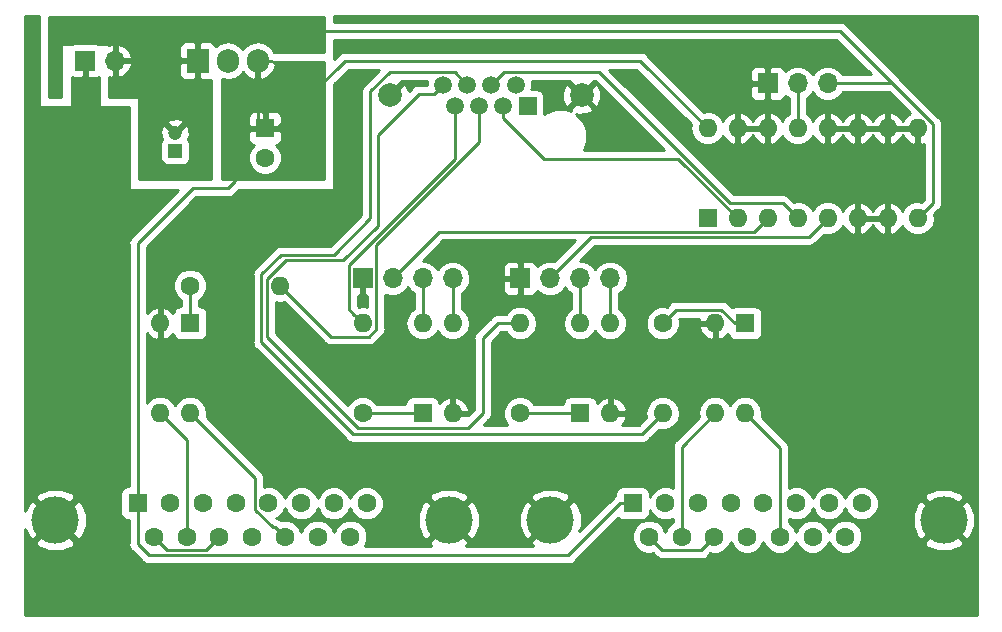
<source format=gtl>
G04 #@! TF.GenerationSoftware,KiCad,Pcbnew,(6.0.0-rc1-dev-392-gd9d005190)*
G04 #@! TF.CreationDate,2019-08-06T21:11:29-04:00*
G04 #@! TF.ProjectId,relay_ctrl_compressor_bainet,72656C61795F6374726C5F636F6D7072,rev?*
G04 #@! TF.SameCoordinates,Original*
G04 #@! TF.FileFunction,Copper,L1,Top,Signal*
G04 #@! TF.FilePolarity,Positive*
%FSLAX46Y46*%
G04 Gerber Fmt 4.6, Leading zero omitted, Abs format (unit mm)*
G04 Created by KiCad (PCBNEW (6.0.0-rc1-dev-392-gd9d005190)) date 08/06/19 21:11:29*
%MOMM*%
%LPD*%
G01*
G04 APERTURE LIST*
G04 #@! TA.AperFunction,ComponentPad*
%ADD10C,4.000000*%
G04 #@! TD*
G04 #@! TA.AperFunction,ComponentPad*
%ADD11C,1.600000*%
G04 #@! TD*
G04 #@! TA.AperFunction,ComponentPad*
%ADD12R,1.600000X1.600000*%
G04 #@! TD*
G04 #@! TA.AperFunction,ComponentPad*
%ADD13O,1.600000X1.600000*%
G04 #@! TD*
G04 #@! TA.AperFunction,ComponentPad*
%ADD14O,1.905000X2.000000*%
G04 #@! TD*
G04 #@! TA.AperFunction,ComponentPad*
%ADD15R,1.905000X2.000000*%
G04 #@! TD*
G04 #@! TA.AperFunction,ComponentPad*
%ADD16O,1.700000X1.700000*%
G04 #@! TD*
G04 #@! TA.AperFunction,ComponentPad*
%ADD17R,1.700000X1.700000*%
G04 #@! TD*
G04 #@! TA.AperFunction,ComponentPad*
%ADD18C,2.000000*%
G04 #@! TD*
G04 #@! TA.AperFunction,ComponentPad*
%ADD19C,1.500000*%
G04 #@! TD*
G04 #@! TA.AperFunction,ComponentPad*
%ADD20R,1.500000X1.500000*%
G04 #@! TD*
G04 #@! TA.AperFunction,ComponentPad*
%ADD21C,1.200000*%
G04 #@! TD*
G04 #@! TA.AperFunction,ComponentPad*
%ADD22R,1.200000X1.200000*%
G04 #@! TD*
G04 #@! TA.AperFunction,Conductor*
%ADD23C,0.250000*%
G04 #@! TD*
G04 #@! TA.AperFunction,Conductor*
%ADD24C,0.254000*%
G04 #@! TD*
G04 APERTURE END LIST*
D10*
G04 #@! TO.P,J2,0*
G04 #@! TO.N,GND*
X159060000Y-125245000D03*
X125760000Y-125245000D03*
D11*
G04 #@! TO.P,J2,15*
G04 #@! TO.N,Net-(J2-Pad15)*
X150720000Y-126665000D03*
G04 #@! TO.P,J2,14*
G04 #@! TO.N,Net-(J2-Pad14)*
X147950000Y-126665000D03*
G04 #@! TO.P,J2,13*
G04 #@! TO.N,/Compressor2_remoteinterlock*
X145180000Y-126665000D03*
G04 #@! TO.P,J2,12*
G04 #@! TO.N,Net-(J2-Pad12)*
X142410000Y-126665000D03*
G04 #@! TO.P,J2,11*
G04 #@! TO.N,Net-(J2-Pad11)*
X139640000Y-126665000D03*
G04 #@! TO.P,J2,10*
G04 #@! TO.N,/Compressor2_24Vreturn*
X136870000Y-126665000D03*
G04 #@! TO.P,J2,9*
G04 #@! TO.N,Net-(J2-Pad11)*
X134100000Y-126665000D03*
G04 #@! TO.P,J2,8*
G04 #@! TO.N,Net-(J2-Pad8)*
X152105000Y-123825000D03*
G04 #@! TO.P,J2,7*
G04 #@! TO.N,Net-(J2-Pad7)*
X149335000Y-123825000D03*
G04 #@! TO.P,J2,6*
G04 #@! TO.N,Net-(J2-Pad6)*
X146565000Y-123825000D03*
G04 #@! TO.P,J2,5*
G04 #@! TO.N,Net-(J2-Pad5)*
X143795000Y-123825000D03*
G04 #@! TO.P,J2,4*
G04 #@! TO.N,Net-(J2-Pad4)*
X141025000Y-123825000D03*
G04 #@! TO.P,J2,3*
G04 #@! TO.N,Net-(J2-Pad3)*
X138255000Y-123825000D03*
G04 #@! TO.P,J2,2*
G04 #@! TO.N,Compressor2_active*
X135485000Y-123825000D03*
D12*
G04 #@! TO.P,J2,1*
G04 #@! TO.N,+5V*
X132715000Y-123825000D03*
G04 #@! TD*
D10*
G04 #@! TO.P,J1,0*
G04 #@! TO.N,GND*
X117150000Y-125245000D03*
X83850000Y-125245000D03*
D11*
G04 #@! TO.P,J1,15*
G04 #@! TO.N,Net-(J1-Pad15)*
X108810000Y-126665000D03*
G04 #@! TO.P,J1,14*
G04 #@! TO.N,Net-(J1-Pad14)*
X106040000Y-126665000D03*
G04 #@! TO.P,J1,13*
G04 #@! TO.N,/Compressor1_remoteinterlock*
X103270000Y-126665000D03*
G04 #@! TO.P,J1,12*
G04 #@! TO.N,Net-(J1-Pad12)*
X100500000Y-126665000D03*
G04 #@! TO.P,J1,11*
G04 #@! TO.N,Net-(J1-Pad11)*
X97730000Y-126665000D03*
G04 #@! TO.P,J1,10*
G04 #@! TO.N,/Compressor1_24Vreturn*
X94960000Y-126665000D03*
G04 #@! TO.P,J1,9*
G04 #@! TO.N,Net-(J1-Pad11)*
X92190000Y-126665000D03*
G04 #@! TO.P,J1,8*
G04 #@! TO.N,Net-(J1-Pad8)*
X110195000Y-123825000D03*
G04 #@! TO.P,J1,7*
G04 #@! TO.N,Net-(J1-Pad7)*
X107425000Y-123825000D03*
G04 #@! TO.P,J1,6*
G04 #@! TO.N,Net-(J1-Pad6)*
X104655000Y-123825000D03*
G04 #@! TO.P,J1,5*
G04 #@! TO.N,Net-(J1-Pad5)*
X101885000Y-123825000D03*
G04 #@! TO.P,J1,4*
G04 #@! TO.N,Net-(J1-Pad4)*
X99115000Y-123825000D03*
G04 #@! TO.P,J1,3*
G04 #@! TO.N,Net-(J1-Pad3)*
X96345000Y-123825000D03*
G04 #@! TO.P,J1,2*
G04 #@! TO.N,Compressor1_active*
X93575000Y-123825000D03*
D12*
G04 #@! TO.P,J1,1*
G04 #@! TO.N,+5V*
X90805000Y-123825000D03*
G04 #@! TD*
D13*
G04 #@! TO.P,R3,2*
G04 #@! TO.N,Compressor1_interlock*
X102870000Y-105410000D03*
D11*
G04 #@! TO.P,R3,1*
G04 #@! TO.N,Net-(R3-Pad1)*
X95250000Y-105410000D03*
G04 #@! TD*
D13*
G04 #@! TO.P,U5,4*
G04 #@! TO.N,/Compressor1_remoteinterlock*
X95250000Y-116205000D03*
G04 #@! TO.P,U5,2*
G04 #@! TO.N,GND*
X92710000Y-108585000D03*
G04 #@! TO.P,U5,3*
G04 #@! TO.N,/Compressor1_24Vreturn*
X92710000Y-116205000D03*
D12*
G04 #@! TO.P,U5,1*
G04 #@! TO.N,Net-(R3-Pad1)*
X95250000Y-108585000D03*
G04 #@! TD*
D13*
G04 #@! TO.P,U6,4*
G04 #@! TO.N,/Compressor2_remoteinterlock*
X142240000Y-116205000D03*
G04 #@! TO.P,U6,2*
G04 #@! TO.N,GND*
X139700000Y-108585000D03*
G04 #@! TO.P,U6,3*
G04 #@! TO.N,/Compressor2_24Vreturn*
X139700000Y-116205000D03*
D12*
G04 #@! TO.P,U6,1*
G04 #@! TO.N,Net-(R4-Pad1)*
X142240000Y-108585000D03*
G04 #@! TD*
D13*
G04 #@! TO.P,U4,4*
G04 #@! TO.N,/Backing2_pin3*
X128270000Y-108585000D03*
G04 #@! TO.P,U4,2*
G04 #@! TO.N,GND*
X130810000Y-116205000D03*
G04 #@! TO.P,U4,3*
G04 #@! TO.N,/Backing2_10Vreference*
X130810000Y-108585000D03*
D12*
G04 #@! TO.P,U4,1*
G04 #@! TO.N,Net-(R2-Pad1)*
X128270000Y-116205000D03*
G04 #@! TD*
D13*
G04 #@! TO.P,U3,4*
G04 #@! TO.N,/Backing1_pin3*
X114935000Y-108585000D03*
G04 #@! TO.P,U3,2*
G04 #@! TO.N,GND*
X117475000Y-116205000D03*
G04 #@! TO.P,U3,3*
G04 #@! TO.N,/Backing1_10Vreference*
X117475000Y-108585000D03*
D12*
G04 #@! TO.P,U3,1*
G04 #@! TO.N,Net-(R1-Pad1)*
X114935000Y-116205000D03*
G04 #@! TD*
D13*
G04 #@! TO.P,U2,16*
G04 #@! TO.N,+5V*
X139065000Y-92075000D03*
G04 #@! TO.P,U2,8*
G04 #@! TO.N,+10V*
X156845000Y-99695000D03*
G04 #@! TO.P,U2,15*
G04 #@! TO.N,GND*
X141605000Y-92075000D03*
G04 #@! TO.P,U2,7*
X154305000Y-99695000D03*
G04 #@! TO.P,U2,14*
X144145000Y-92075000D03*
G04 #@! TO.P,U2,6*
X151765000Y-99695000D03*
G04 #@! TO.P,U2,13*
G04 #@! TO.N,/select*
X146685000Y-92075000D03*
G04 #@! TO.P,U2,5*
G04 #@! TO.N,Backing2_status*
X149225000Y-99695000D03*
G04 #@! TO.P,U2,12*
G04 #@! TO.N,GND*
X149225000Y-92075000D03*
G04 #@! TO.P,U2,4*
G04 #@! TO.N,Backing2_active*
X146685000Y-99695000D03*
G04 #@! TO.P,U2,11*
G04 #@! TO.N,GND*
X151765000Y-92075000D03*
G04 #@! TO.P,U2,3*
G04 #@! TO.N,Backing1_status*
X144145000Y-99695000D03*
G04 #@! TO.P,U2,10*
G04 #@! TO.N,GND*
X154305000Y-92075000D03*
G04 #@! TO.P,U2,2*
G04 #@! TO.N,Backing1_active*
X141605000Y-99695000D03*
G04 #@! TO.P,U2,9*
G04 #@! TO.N,GND*
X156845000Y-92075000D03*
D12*
G04 #@! TO.P,U2,1*
G04 #@! TO.N,+10V*
X139065000Y-99695000D03*
G04 #@! TD*
D14*
G04 #@! TO.P,U1,3*
G04 #@! TO.N,+5V*
X100965000Y-86360000D03*
G04 #@! TO.P,U1,2*
G04 #@! TO.N,GND*
X98425000Y-86360000D03*
D15*
G04 #@! TO.P,U1,1*
G04 #@! TO.N,+10V*
X95885000Y-86360000D03*
G04 #@! TD*
D13*
G04 #@! TO.P,R4,2*
G04 #@! TO.N,Compressor2_interlock*
X135255000Y-116205000D03*
D11*
G04 #@! TO.P,R4,1*
G04 #@! TO.N,Net-(R4-Pad1)*
X135255000Y-108585000D03*
G04 #@! TD*
D13*
G04 #@! TO.P,R2,2*
G04 #@! TO.N,Backing2_interlock*
X123190000Y-108585000D03*
D11*
G04 #@! TO.P,R2,1*
G04 #@! TO.N,Net-(R2-Pad1)*
X123190000Y-116205000D03*
G04 #@! TD*
D13*
G04 #@! TO.P,R1,2*
G04 #@! TO.N,Backing1_interlock*
X109855000Y-108585000D03*
D11*
G04 #@! TO.P,R1,1*
G04 #@! TO.N,Net-(R1-Pad1)*
X109855000Y-116205000D03*
G04 #@! TD*
D16*
G04 #@! TO.P,J7,4*
G04 #@! TO.N,/Backing2_10Vreference*
X130810000Y-104775000D03*
G04 #@! TO.P,J7,3*
G04 #@! TO.N,/Backing2_pin3*
X128270000Y-104775000D03*
G04 #@! TO.P,J7,2*
G04 #@! TO.N,Backing2_status*
X125730000Y-104775000D03*
D17*
G04 #@! TO.P,J7,1*
G04 #@! TO.N,GND*
X123190000Y-104775000D03*
G04 #@! TD*
D16*
G04 #@! TO.P,J6,4*
G04 #@! TO.N,/Backing1_10Vreference*
X117475000Y-104775000D03*
G04 #@! TO.P,J6,3*
G04 #@! TO.N,/Backing1_pin3*
X114935000Y-104775000D03*
G04 #@! TO.P,J6,2*
G04 #@! TO.N,Backing1_status*
X112395000Y-104775000D03*
D17*
G04 #@! TO.P,J6,1*
G04 #@! TO.N,GND*
X109855000Y-104775000D03*
G04 #@! TD*
D16*
G04 #@! TO.P,J5,2*
G04 #@! TO.N,+10V*
X88900000Y-86360000D03*
D17*
G04 #@! TO.P,J5,1*
G04 #@! TO.N,GND*
X86360000Y-86360000D03*
G04 #@! TD*
D16*
G04 #@! TO.P,J4,3*
G04 #@! TO.N,+10V*
X149225000Y-88265000D03*
G04 #@! TO.P,J4,2*
G04 #@! TO.N,/select*
X146685000Y-88265000D03*
D17*
G04 #@! TO.P,J4,1*
G04 #@! TO.N,GND*
X144145000Y-88265000D03*
G04 #@! TD*
D18*
G04 #@! TO.P,J3,SH*
G04 #@! TO.N,GND*
X128395000Y-89280000D03*
X112135000Y-89280000D03*
D19*
G04 #@! TO.P,J3,8*
G04 #@! TO.N,Backing2_interlock*
X116685000Y-88390000D03*
G04 #@! TO.P,J3,6*
G04 #@! TO.N,Compressor2_interlock*
X118725000Y-88390000D03*
G04 #@! TO.P,J3,4*
G04 #@! TO.N,Backing2_active*
X120765000Y-88390000D03*
G04 #@! TO.P,J3,2*
G04 #@! TO.N,Compressor2_active*
X122805000Y-88390000D03*
G04 #@! TO.P,J3,7*
G04 #@! TO.N,Backing1_interlock*
X117705000Y-90170000D03*
G04 #@! TO.P,J3,5*
G04 #@! TO.N,Compressor1_interlock*
X119745000Y-90170000D03*
G04 #@! TO.P,J3,3*
G04 #@! TO.N,Backing1_active*
X121785000Y-90170000D03*
D20*
G04 #@! TO.P,J3,1*
G04 #@! TO.N,Compressor1_active*
X123825000Y-90170000D03*
G04 #@! TD*
D11*
G04 #@! TO.P,C2,2*
G04 #@! TO.N,GND*
X101600000Y-94575000D03*
D12*
G04 #@! TO.P,C2,1*
G04 #@! TO.N,+5V*
X101600000Y-92075000D03*
G04 #@! TD*
D21*
G04 #@! TO.P,C1,2*
G04 #@! TO.N,+10V*
X93980000Y-92480000D03*
D22*
G04 #@! TO.P,C1,1*
G04 #@! TO.N,GND*
X93980000Y-93980000D03*
G04 #@! TD*
D23*
G04 #@! TO.N,+5V*
X102167500Y-86360000D02*
X100965000Y-86360000D01*
X139065000Y-92075000D02*
X133350000Y-86360000D01*
X100965000Y-91440000D02*
X101600000Y-92075000D01*
X100965000Y-86360000D02*
X100965000Y-91440000D01*
X102650000Y-92075000D02*
X101600000Y-92075000D01*
X108365000Y-86360000D02*
X102650000Y-92075000D01*
X133350000Y-86360000D02*
X108365000Y-86360000D01*
X131665000Y-123825000D02*
X132715000Y-123825000D01*
X127249989Y-128240011D02*
X131665000Y-123825000D01*
X91760021Y-128240011D02*
X127249989Y-128240011D01*
X90805000Y-127284990D02*
X91760021Y-128240011D01*
X90805000Y-123825000D02*
X90805000Y-127284990D01*
X100330000Y-92075000D02*
X101600000Y-92075000D01*
X90805000Y-101820000D02*
X95470000Y-97155000D01*
X90805000Y-123825000D02*
X90805000Y-101820000D01*
X95470000Y-97155000D02*
X98425000Y-97155000D01*
X98425000Y-97155000D02*
X99060000Y-96520000D01*
X99060000Y-96520000D02*
X99060000Y-93345000D01*
X99060000Y-93345000D02*
X100330000Y-92075000D01*
G04 #@! TO.N,Net-(J1-Pad11)*
X96930001Y-127464999D02*
X97730000Y-126665000D01*
X96604999Y-127790001D02*
X96930001Y-127464999D01*
X93315001Y-127790001D02*
X96604999Y-127790001D01*
X92190000Y-126665000D02*
X93315001Y-127790001D01*
G04 #@! TO.N,Net-(J2-Pad11)*
X138840001Y-127464999D02*
X139640000Y-126665000D01*
X138514999Y-127790001D02*
X138840001Y-127464999D01*
X135225001Y-127790001D02*
X138514999Y-127790001D01*
X134100000Y-126665000D02*
X135225001Y-127790001D01*
G04 #@! TO.N,+10V*
X95885000Y-87610000D02*
X95885000Y-86360000D01*
X156845000Y-99695000D02*
X158115000Y-98425000D01*
X150427081Y-88265000D02*
X149225000Y-88265000D01*
X154700002Y-88265000D02*
X150427081Y-88265000D01*
X158115000Y-91679998D02*
X154700002Y-88265000D01*
X158115000Y-98425000D02*
X158115000Y-91679998D01*
X154700002Y-88265000D02*
X150255002Y-83820000D01*
X150255002Y-83820000D02*
X106045000Y-83820000D01*
G04 #@! TO.N,/Compressor1_remoteinterlock*
X102470001Y-125865001D02*
X103270000Y-126665000D01*
X102259999Y-125865001D02*
X102470001Y-125865001D01*
X100759999Y-124365001D02*
X102259999Y-125865001D01*
X100759999Y-121714999D02*
X100759999Y-124365001D01*
X95250000Y-116205000D02*
X100759999Y-121714999D01*
G04 #@! TO.N,/Compressor1_24Vreturn*
X94960000Y-118455000D02*
X92710000Y-116205000D01*
X94960000Y-126665000D02*
X94960000Y-118455000D01*
G04 #@! TO.N,/Compressor2_24Vreturn*
X136870000Y-119035000D02*
X139700000Y-116205000D01*
X136870000Y-126665000D02*
X136870000Y-119035000D01*
G04 #@! TO.N,Backing2_interlock*
X114598999Y-89139999D02*
X111125000Y-92613998D01*
X116685000Y-88390000D02*
X115935001Y-89139999D01*
X115935001Y-89139999D02*
X114598999Y-89139999D01*
X111125000Y-92613998D02*
X111125000Y-100330000D01*
X101744999Y-109760001D02*
X109459998Y-117475000D01*
X101744999Y-104869999D02*
X101744999Y-109760001D01*
X103389987Y-103225011D02*
X101744999Y-104869999D01*
X111125000Y-100330000D02*
X108229989Y-103225011D01*
X108229989Y-103225011D02*
X103389987Y-103225011D01*
X109459998Y-117475000D02*
X118745000Y-117475000D01*
X118745000Y-117475000D02*
X120015000Y-116205000D01*
X120015000Y-116205000D02*
X120015000Y-109855000D01*
X120015000Y-109855000D02*
X121285000Y-108585000D01*
X121285000Y-108585000D02*
X123190000Y-108585000D01*
G04 #@! TO.N,Compressor2_interlock*
X134455001Y-117004999D02*
X135255000Y-116205000D01*
X133534991Y-117925009D02*
X134455001Y-117004999D01*
X101294990Y-104445010D02*
X101294990Y-110184990D01*
X102964999Y-102775001D02*
X101294990Y-104445010D01*
X118725000Y-88390000D02*
X117649999Y-87314999D01*
X117649999Y-87314999D02*
X112138999Y-87314999D01*
X112138999Y-87314999D02*
X110490000Y-88963998D01*
X109035009Y-117925009D02*
X133534991Y-117925009D01*
X110490000Y-88963998D02*
X110490000Y-99695000D01*
X110490000Y-99695000D02*
X107409999Y-102775001D01*
X101294990Y-110184990D02*
X109035009Y-117925009D01*
X107409999Y-102775001D02*
X102964999Y-102775001D01*
G04 #@! TO.N,Backing2_active*
X121514999Y-87640001D02*
X120765000Y-88390000D01*
X121840001Y-87314999D02*
X121514999Y-87640001D01*
X129861409Y-87314999D02*
X121840001Y-87314999D01*
X140971410Y-98425000D02*
X129861409Y-87314999D01*
X145415000Y-98425000D02*
X140971410Y-98425000D01*
X146685000Y-99695000D02*
X145415000Y-98425000D01*
G04 #@! TO.N,Backing1_interlock*
X109055001Y-107785001D02*
X109855000Y-108585000D01*
X108679999Y-107409999D02*
X109055001Y-107785001D01*
X108679999Y-103664999D02*
X108679999Y-107409999D01*
X117705000Y-94639998D02*
X108679999Y-103664999D01*
X117705000Y-90170000D02*
X117705000Y-94639998D01*
G04 #@! TO.N,Compressor1_interlock*
X119745000Y-93236408D02*
X119745000Y-91230660D01*
X111030001Y-101951407D02*
X119745000Y-93236408D01*
X119745000Y-91230660D02*
X119745000Y-90170000D01*
X111030001Y-109075001D02*
X111030001Y-101951407D01*
X110395001Y-109710001D02*
X111030001Y-109075001D01*
X107170001Y-109710001D02*
X110395001Y-109710001D01*
X102870000Y-105410000D02*
X107170001Y-109710001D01*
G04 #@! TO.N,Backing1_active*
X121785000Y-91230660D02*
X121785000Y-90170000D01*
X125214341Y-94660001D02*
X121785000Y-91230660D01*
X136570001Y-94660001D02*
X125214341Y-94660001D01*
X141605000Y-99695000D02*
X136570001Y-94660001D01*
G04 #@! TO.N,/Backing1_10Vreference*
X117475000Y-108585000D02*
X117475000Y-104775000D01*
G04 #@! TO.N,Backing1_status*
X113244999Y-103925001D02*
X112395000Y-104775000D01*
X116349999Y-100820001D02*
X113244999Y-103925001D01*
X143019999Y-100820001D02*
X116349999Y-100820001D01*
X144145000Y-99695000D02*
X143019999Y-100820001D01*
G04 #@! TO.N,/Backing1_pin3*
X114935000Y-108585000D02*
X114935000Y-104775000D01*
G04 #@! TO.N,/Backing2_10Vreference*
X130810000Y-108585000D02*
X130810000Y-104775000D01*
G04 #@! TO.N,Backing2_status*
X126579999Y-103925001D02*
X125730000Y-104775000D01*
X129234989Y-101270011D02*
X126579999Y-103925001D01*
X147649989Y-101270011D02*
X129234989Y-101270011D01*
X149225000Y-99695000D02*
X147649989Y-101270011D01*
G04 #@! TO.N,/Backing2_pin3*
X128270000Y-105977081D02*
X128270000Y-108585000D01*
X128270000Y-104775000D02*
X128270000Y-105977081D01*
G04 #@! TO.N,Net-(R1-Pad1)*
X114935000Y-116205000D02*
X109855000Y-116205000D01*
G04 #@! TO.N,Net-(R2-Pad1)*
X128270000Y-116205000D02*
X123190000Y-116205000D01*
G04 #@! TO.N,Net-(R3-Pad1)*
X95250000Y-108585000D02*
X95250000Y-105410000D01*
G04 #@! TO.N,Net-(R4-Pad1)*
X136054999Y-107785001D02*
X135255000Y-108585000D01*
X136380001Y-107459999D02*
X136054999Y-107785001D01*
X140240001Y-107459999D02*
X136380001Y-107459999D01*
X141365002Y-108585000D02*
X140240001Y-107459999D01*
X142240000Y-108585000D02*
X141365002Y-108585000D01*
G04 #@! TO.N,/select*
X146685000Y-92075000D02*
X146685000Y-88265000D01*
G04 #@! TO.N,/Compressor2_remoteinterlock*
X145180000Y-119145000D02*
X142240000Y-116205000D01*
X145180000Y-119145000D02*
X145180000Y-126665000D01*
G04 #@! TD*
D24*
G04 #@! TO.N,+5V*
G36*
X101092000Y-87830594D02*
X101337980Y-87950563D01*
X101831924Y-87735973D01*
X102274318Y-87303091D01*
X102517380Y-86733864D01*
X102390573Y-86487002D01*
X102552500Y-86487002D01*
X102552500Y-86487000D01*
X106553000Y-86487000D01*
X106553000Y-96393000D01*
X97917000Y-96393000D01*
X97917000Y-92360750D01*
X100165000Y-92360750D01*
X100165000Y-93001309D01*
X100261673Y-93234698D01*
X100440301Y-93413327D01*
X100646759Y-93498845D01*
X100383466Y-93762138D01*
X100165000Y-94289561D01*
X100165000Y-94860439D01*
X100383466Y-95387862D01*
X100787138Y-95791534D01*
X101314561Y-96010000D01*
X101885439Y-96010000D01*
X102412862Y-95791534D01*
X102816534Y-95387862D01*
X103035000Y-94860439D01*
X103035000Y-94289561D01*
X102816534Y-93762138D01*
X102553241Y-93498845D01*
X102759699Y-93413327D01*
X102938327Y-93234698D01*
X103035000Y-93001309D01*
X103035000Y-92360750D01*
X102876250Y-92202000D01*
X101727000Y-92202000D01*
X101727000Y-92222000D01*
X101473000Y-92222000D01*
X101473000Y-92202000D01*
X100323750Y-92202000D01*
X100165000Y-92360750D01*
X97917000Y-92360750D01*
X97917000Y-91148691D01*
X100165000Y-91148691D01*
X100165000Y-91789250D01*
X100323750Y-91948000D01*
X101473000Y-91948000D01*
X101473000Y-90798750D01*
X101727000Y-90798750D01*
X101727000Y-91948000D01*
X102876250Y-91948000D01*
X103035000Y-91789250D01*
X103035000Y-91148691D01*
X102938327Y-90915302D01*
X102759699Y-90736673D01*
X102526310Y-90640000D01*
X101885750Y-90640000D01*
X101727000Y-90798750D01*
X101473000Y-90798750D01*
X101314250Y-90640000D01*
X100673690Y-90640000D01*
X100440301Y-90736673D01*
X100261673Y-90915302D01*
X100165000Y-91148691D01*
X97917000Y-91148691D01*
X97917000Y-87925052D01*
X98425000Y-88026100D01*
X99044411Y-87902891D01*
X99569523Y-87552023D01*
X99704159Y-87350526D01*
X100098076Y-87735973D01*
X100592020Y-87950563D01*
X100838000Y-87830594D01*
X100838000Y-86487000D01*
X101092000Y-86487000D01*
X101092000Y-87830594D01*
X101092000Y-87830594D01*
G37*
X101092000Y-87830594D02*
X101337980Y-87950563D01*
X101831924Y-87735973D01*
X102274318Y-87303091D01*
X102517380Y-86733864D01*
X102390573Y-86487002D01*
X102552500Y-86487002D01*
X102552500Y-86487000D01*
X106553000Y-86487000D01*
X106553000Y-96393000D01*
X97917000Y-96393000D01*
X97917000Y-92360750D01*
X100165000Y-92360750D01*
X100165000Y-93001309D01*
X100261673Y-93234698D01*
X100440301Y-93413327D01*
X100646759Y-93498845D01*
X100383466Y-93762138D01*
X100165000Y-94289561D01*
X100165000Y-94860439D01*
X100383466Y-95387862D01*
X100787138Y-95791534D01*
X101314561Y-96010000D01*
X101885439Y-96010000D01*
X102412862Y-95791534D01*
X102816534Y-95387862D01*
X103035000Y-94860439D01*
X103035000Y-94289561D01*
X102816534Y-93762138D01*
X102553241Y-93498845D01*
X102759699Y-93413327D01*
X102938327Y-93234698D01*
X103035000Y-93001309D01*
X103035000Y-92360750D01*
X102876250Y-92202000D01*
X101727000Y-92202000D01*
X101727000Y-92222000D01*
X101473000Y-92222000D01*
X101473000Y-92202000D01*
X100323750Y-92202000D01*
X100165000Y-92360750D01*
X97917000Y-92360750D01*
X97917000Y-91148691D01*
X100165000Y-91148691D01*
X100165000Y-91789250D01*
X100323750Y-91948000D01*
X101473000Y-91948000D01*
X101473000Y-90798750D01*
X101727000Y-90798750D01*
X101727000Y-91948000D01*
X102876250Y-91948000D01*
X103035000Y-91789250D01*
X103035000Y-91148691D01*
X102938327Y-90915302D01*
X102759699Y-90736673D01*
X102526310Y-90640000D01*
X101885750Y-90640000D01*
X101727000Y-90798750D01*
X101473000Y-90798750D01*
X101314250Y-90640000D01*
X100673690Y-90640000D01*
X100440301Y-90736673D01*
X100261673Y-90915302D01*
X100165000Y-91148691D01*
X97917000Y-91148691D01*
X97917000Y-87925052D01*
X98425000Y-88026100D01*
X99044411Y-87902891D01*
X99569523Y-87552023D01*
X99704159Y-87350526D01*
X100098076Y-87735973D01*
X100592020Y-87950563D01*
X100838000Y-87830594D01*
X100838000Y-86487000D01*
X101092000Y-86487000D01*
X101092000Y-87830594D01*
G04 #@! TO.N,GND*
G36*
X82423000Y-90170000D02*
X82432667Y-90218601D01*
X82460197Y-90259803D01*
X82501399Y-90287333D01*
X82550000Y-90297000D01*
X90043000Y-90297000D01*
X90043000Y-97155000D01*
X90052667Y-97203601D01*
X90080197Y-97244803D01*
X90121399Y-97272333D01*
X90170000Y-97282000D01*
X94268198Y-97282000D01*
X90320528Y-101229671D01*
X90257072Y-101272071D01*
X90214672Y-101335527D01*
X90214671Y-101335528D01*
X90089097Y-101523463D01*
X90030112Y-101820000D01*
X90045001Y-101894852D01*
X90045000Y-122377560D01*
X90005000Y-122377560D01*
X89757235Y-122426843D01*
X89547191Y-122567191D01*
X89406843Y-122777235D01*
X89357560Y-123025000D01*
X89357560Y-124625000D01*
X89406843Y-124872765D01*
X89547191Y-125082809D01*
X89757235Y-125223157D01*
X90005000Y-125272440D01*
X90045000Y-125272440D01*
X90045001Y-127210138D01*
X90030112Y-127284990D01*
X90089097Y-127581527D01*
X90205368Y-127755538D01*
X90257072Y-127832919D01*
X90320528Y-127875319D01*
X91169692Y-128724484D01*
X91212092Y-128787940D01*
X91275548Y-128830340D01*
X91463483Y-128955915D01*
X91511626Y-128965491D01*
X91685169Y-129000011D01*
X91685173Y-129000011D01*
X91760021Y-129014899D01*
X91834869Y-129000011D01*
X127175142Y-129000011D01*
X127249989Y-129014899D01*
X127324836Y-129000011D01*
X127324841Y-129000011D01*
X127546526Y-128955915D01*
X127797918Y-128787940D01*
X127840320Y-128724481D01*
X131472059Y-125092744D01*
X131667235Y-125223157D01*
X131915000Y-125272440D01*
X133515000Y-125272440D01*
X133762765Y-125223157D01*
X133972809Y-125082809D01*
X134113157Y-124872765D01*
X134162440Y-124625000D01*
X134162440Y-124381893D01*
X134268466Y-124637862D01*
X134672138Y-125041534D01*
X135199561Y-125260000D01*
X135770439Y-125260000D01*
X136110000Y-125119349D01*
X136110000Y-125426570D01*
X136057138Y-125448466D01*
X135653466Y-125852138D01*
X135485000Y-126258850D01*
X135316534Y-125852138D01*
X134912862Y-125448466D01*
X134385439Y-125230000D01*
X133814561Y-125230000D01*
X133287138Y-125448466D01*
X132883466Y-125852138D01*
X132665000Y-126379561D01*
X132665000Y-126950439D01*
X132883466Y-127477862D01*
X133287138Y-127881534D01*
X133814561Y-128100000D01*
X134385439Y-128100000D01*
X134438302Y-128078104D01*
X134634672Y-128274474D01*
X134677072Y-128337930D01*
X134740528Y-128380330D01*
X134928463Y-128505905D01*
X134976606Y-128515481D01*
X135150149Y-128550001D01*
X135150153Y-128550001D01*
X135225001Y-128564889D01*
X135299849Y-128550001D01*
X138440152Y-128550001D01*
X138514999Y-128564889D01*
X138589846Y-128550001D01*
X138589851Y-128550001D01*
X138811536Y-128505905D01*
X139062928Y-128337930D01*
X139105330Y-128274471D01*
X139301698Y-128078103D01*
X139354561Y-128100000D01*
X139925439Y-128100000D01*
X140452862Y-127881534D01*
X140856534Y-127477862D01*
X141025000Y-127071150D01*
X141193466Y-127477862D01*
X141597138Y-127881534D01*
X142124561Y-128100000D01*
X142695439Y-128100000D01*
X143222862Y-127881534D01*
X143626534Y-127477862D01*
X143795000Y-127071150D01*
X143963466Y-127477862D01*
X144367138Y-127881534D01*
X144894561Y-128100000D01*
X145465439Y-128100000D01*
X145992862Y-127881534D01*
X146396534Y-127477862D01*
X146565000Y-127071150D01*
X146733466Y-127477862D01*
X147137138Y-127881534D01*
X147664561Y-128100000D01*
X148235439Y-128100000D01*
X148762862Y-127881534D01*
X149166534Y-127477862D01*
X149335000Y-127071150D01*
X149503466Y-127477862D01*
X149907138Y-127881534D01*
X150434561Y-128100000D01*
X151005439Y-128100000D01*
X151532862Y-127881534D01*
X151936534Y-127477862D01*
X152084756Y-127120022D01*
X157364584Y-127120022D01*
X157585353Y-127490743D01*
X158557012Y-127884119D01*
X159605247Y-127875713D01*
X160534647Y-127490743D01*
X160755416Y-127120022D01*
X159060000Y-125424605D01*
X157364584Y-127120022D01*
X152084756Y-127120022D01*
X152155000Y-126950439D01*
X152155000Y-126379561D01*
X151936534Y-125852138D01*
X151532862Y-125448466D01*
X151005439Y-125230000D01*
X150434561Y-125230000D01*
X149907138Y-125448466D01*
X149503466Y-125852138D01*
X149335000Y-126258850D01*
X149166534Y-125852138D01*
X148762862Y-125448466D01*
X148235439Y-125230000D01*
X147664561Y-125230000D01*
X147137138Y-125448466D01*
X146733466Y-125852138D01*
X146565000Y-126258850D01*
X146396534Y-125852138D01*
X145992862Y-125448466D01*
X145940000Y-125426570D01*
X145940000Y-125119349D01*
X146279561Y-125260000D01*
X146850439Y-125260000D01*
X147377862Y-125041534D01*
X147781534Y-124637862D01*
X147950000Y-124231150D01*
X148118466Y-124637862D01*
X148522138Y-125041534D01*
X149049561Y-125260000D01*
X149620439Y-125260000D01*
X150147862Y-125041534D01*
X150551534Y-124637862D01*
X150720000Y-124231150D01*
X150888466Y-124637862D01*
X151292138Y-125041534D01*
X151819561Y-125260000D01*
X152390439Y-125260000D01*
X152917862Y-125041534D01*
X153217384Y-124742012D01*
X156420881Y-124742012D01*
X156429287Y-125790247D01*
X156814257Y-126719647D01*
X157184978Y-126940416D01*
X158880395Y-125245000D01*
X159239605Y-125245000D01*
X160935022Y-126940416D01*
X161305743Y-126719647D01*
X161699119Y-125747988D01*
X161690713Y-124699753D01*
X161305743Y-123770353D01*
X160935022Y-123549584D01*
X159239605Y-125245000D01*
X158880395Y-125245000D01*
X157184978Y-123549584D01*
X156814257Y-123770353D01*
X156420881Y-124742012D01*
X153217384Y-124742012D01*
X153321534Y-124637862D01*
X153540000Y-124110439D01*
X153540000Y-123539561D01*
X153469757Y-123369978D01*
X157364584Y-123369978D01*
X159060000Y-125065395D01*
X160755416Y-123369978D01*
X160534647Y-122999257D01*
X159562988Y-122605881D01*
X158514753Y-122614287D01*
X157585353Y-122999257D01*
X157364584Y-123369978D01*
X153469757Y-123369978D01*
X153321534Y-123012138D01*
X152917862Y-122608466D01*
X152390439Y-122390000D01*
X151819561Y-122390000D01*
X151292138Y-122608466D01*
X150888466Y-123012138D01*
X150720000Y-123418850D01*
X150551534Y-123012138D01*
X150147862Y-122608466D01*
X149620439Y-122390000D01*
X149049561Y-122390000D01*
X148522138Y-122608466D01*
X148118466Y-123012138D01*
X147950000Y-123418850D01*
X147781534Y-123012138D01*
X147377862Y-122608466D01*
X146850439Y-122390000D01*
X146279561Y-122390000D01*
X145940000Y-122530651D01*
X145940000Y-119219847D01*
X145954888Y-119145000D01*
X145940000Y-119070153D01*
X145940000Y-119070148D01*
X145895904Y-118848463D01*
X145727929Y-118597071D01*
X145664473Y-118554671D01*
X143638688Y-116528887D01*
X143703113Y-116205000D01*
X143591740Y-115645091D01*
X143274577Y-115170423D01*
X142799909Y-114853260D01*
X142381333Y-114770000D01*
X142098667Y-114770000D01*
X141680091Y-114853260D01*
X141205423Y-115170423D01*
X140970000Y-115522758D01*
X140734577Y-115170423D01*
X140259909Y-114853260D01*
X139841333Y-114770000D01*
X139558667Y-114770000D01*
X139140091Y-114853260D01*
X138665423Y-115170423D01*
X138348260Y-115645091D01*
X138236887Y-116205000D01*
X138301312Y-116528886D01*
X136385528Y-118444671D01*
X136322072Y-118487071D01*
X136279672Y-118550527D01*
X136279671Y-118550528D01*
X136154097Y-118738463D01*
X136095112Y-119035000D01*
X136110001Y-119109852D01*
X136110001Y-122530651D01*
X135770439Y-122390000D01*
X135199561Y-122390000D01*
X134672138Y-122608466D01*
X134268466Y-123012138D01*
X134162440Y-123268107D01*
X134162440Y-123025000D01*
X134113157Y-122777235D01*
X133972809Y-122567191D01*
X133762765Y-122426843D01*
X133515000Y-122377560D01*
X131915000Y-122377560D01*
X131667235Y-122426843D01*
X131457191Y-122567191D01*
X131316843Y-122777235D01*
X131267560Y-123025000D01*
X131267560Y-123176517D01*
X131180526Y-123234671D01*
X131180524Y-123234673D01*
X131117071Y-123277071D01*
X131074673Y-123340524D01*
X128216750Y-126198448D01*
X128399119Y-125747988D01*
X128390713Y-124699753D01*
X128005743Y-123770353D01*
X127635022Y-123549584D01*
X125939605Y-125245000D01*
X125953748Y-125259142D01*
X125774142Y-125438748D01*
X125760000Y-125424605D01*
X124064584Y-127120022D01*
X124278962Y-127480011D01*
X118631038Y-127480011D01*
X118845416Y-127120022D01*
X117150000Y-125424605D01*
X115454584Y-127120022D01*
X115668962Y-127480011D01*
X110024385Y-127480011D01*
X110026534Y-127477862D01*
X110245000Y-126950439D01*
X110245000Y-126379561D01*
X110026534Y-125852138D01*
X109622862Y-125448466D01*
X109095439Y-125230000D01*
X108524561Y-125230000D01*
X107997138Y-125448466D01*
X107593466Y-125852138D01*
X107425000Y-126258850D01*
X107256534Y-125852138D01*
X106852862Y-125448466D01*
X106325439Y-125230000D01*
X105754561Y-125230000D01*
X105227138Y-125448466D01*
X104823466Y-125852138D01*
X104655000Y-126258850D01*
X104486534Y-125852138D01*
X104082862Y-125448466D01*
X103555439Y-125230000D01*
X102984561Y-125230000D01*
X102924716Y-125254789D01*
X102766538Y-125149097D01*
X102582238Y-125112437D01*
X102565967Y-125096167D01*
X102697862Y-125041534D01*
X103101534Y-124637862D01*
X103270000Y-124231150D01*
X103438466Y-124637862D01*
X103842138Y-125041534D01*
X104369561Y-125260000D01*
X104940439Y-125260000D01*
X105467862Y-125041534D01*
X105871534Y-124637862D01*
X106040000Y-124231150D01*
X106208466Y-124637862D01*
X106612138Y-125041534D01*
X107139561Y-125260000D01*
X107710439Y-125260000D01*
X108237862Y-125041534D01*
X108641534Y-124637862D01*
X108810000Y-124231150D01*
X108978466Y-124637862D01*
X109382138Y-125041534D01*
X109909561Y-125260000D01*
X110480439Y-125260000D01*
X111007862Y-125041534D01*
X111307384Y-124742012D01*
X114510881Y-124742012D01*
X114519287Y-125790247D01*
X114904257Y-126719647D01*
X115274978Y-126940416D01*
X116970395Y-125245000D01*
X117329605Y-125245000D01*
X119025022Y-126940416D01*
X119395743Y-126719647D01*
X119789119Y-125747988D01*
X119781052Y-124742012D01*
X123120881Y-124742012D01*
X123129287Y-125790247D01*
X123514257Y-126719647D01*
X123884978Y-126940416D01*
X125580395Y-125245000D01*
X123884978Y-123549584D01*
X123514257Y-123770353D01*
X123120881Y-124742012D01*
X119781052Y-124742012D01*
X119780713Y-124699753D01*
X119395743Y-123770353D01*
X119025022Y-123549584D01*
X117329605Y-125245000D01*
X116970395Y-125245000D01*
X115274978Y-123549584D01*
X114904257Y-123770353D01*
X114510881Y-124742012D01*
X111307384Y-124742012D01*
X111411534Y-124637862D01*
X111630000Y-124110439D01*
X111630000Y-123539561D01*
X111559757Y-123369978D01*
X115454584Y-123369978D01*
X117150000Y-125065395D01*
X118845416Y-123369978D01*
X124064584Y-123369978D01*
X125760000Y-125065395D01*
X127455416Y-123369978D01*
X127234647Y-122999257D01*
X126262988Y-122605881D01*
X125214753Y-122614287D01*
X124285353Y-122999257D01*
X124064584Y-123369978D01*
X118845416Y-123369978D01*
X118624647Y-122999257D01*
X117652988Y-122605881D01*
X116604753Y-122614287D01*
X115675353Y-122999257D01*
X115454584Y-123369978D01*
X111559757Y-123369978D01*
X111411534Y-123012138D01*
X111007862Y-122608466D01*
X110480439Y-122390000D01*
X109909561Y-122390000D01*
X109382138Y-122608466D01*
X108978466Y-123012138D01*
X108810000Y-123418850D01*
X108641534Y-123012138D01*
X108237862Y-122608466D01*
X107710439Y-122390000D01*
X107139561Y-122390000D01*
X106612138Y-122608466D01*
X106208466Y-123012138D01*
X106040000Y-123418850D01*
X105871534Y-123012138D01*
X105467862Y-122608466D01*
X104940439Y-122390000D01*
X104369561Y-122390000D01*
X103842138Y-122608466D01*
X103438466Y-123012138D01*
X103270000Y-123418850D01*
X103101534Y-123012138D01*
X102697862Y-122608466D01*
X102170439Y-122390000D01*
X101599561Y-122390000D01*
X101519999Y-122422956D01*
X101519999Y-121789845D01*
X101534887Y-121714998D01*
X101519999Y-121640151D01*
X101519999Y-121640147D01*
X101475903Y-121418462D01*
X101434101Y-121355901D01*
X101350328Y-121230525D01*
X101350326Y-121230523D01*
X101307928Y-121167070D01*
X101244475Y-121124672D01*
X96648688Y-116528887D01*
X96713113Y-116205000D01*
X96601740Y-115645091D01*
X96284577Y-115170423D01*
X95809909Y-114853260D01*
X95391333Y-114770000D01*
X95108667Y-114770000D01*
X94690091Y-114853260D01*
X94215423Y-115170423D01*
X93980000Y-115522758D01*
X93744577Y-115170423D01*
X93269909Y-114853260D01*
X92851333Y-114770000D01*
X92568667Y-114770000D01*
X92150091Y-114853260D01*
X91675423Y-115170423D01*
X91565000Y-115335683D01*
X91565000Y-109446828D01*
X91972577Y-109816041D01*
X92360961Y-109976904D01*
X92583000Y-109854915D01*
X92583000Y-108712000D01*
X92563000Y-108712000D01*
X92563000Y-108458000D01*
X92583000Y-108458000D01*
X92583000Y-107315085D01*
X92837000Y-107315085D01*
X92837000Y-108458000D01*
X92857000Y-108458000D01*
X92857000Y-108712000D01*
X92837000Y-108712000D01*
X92837000Y-109854915D01*
X93059039Y-109976904D01*
X93447423Y-109816041D01*
X93820987Y-109477639D01*
X93851843Y-109632765D01*
X93992191Y-109842809D01*
X94202235Y-109983157D01*
X94450000Y-110032440D01*
X96050000Y-110032440D01*
X96297765Y-109983157D01*
X96507809Y-109842809D01*
X96648157Y-109632765D01*
X96697440Y-109385000D01*
X96697440Y-107785000D01*
X96648157Y-107537235D01*
X96507809Y-107327191D01*
X96297765Y-107186843D01*
X96050000Y-107137560D01*
X96010000Y-107137560D01*
X96010000Y-106648430D01*
X96062862Y-106626534D01*
X96466534Y-106222862D01*
X96685000Y-105695439D01*
X96685000Y-105124561D01*
X96466534Y-104597138D01*
X96062862Y-104193466D01*
X95535439Y-103975000D01*
X94964561Y-103975000D01*
X94437138Y-104193466D01*
X94033466Y-104597138D01*
X93815000Y-105124561D01*
X93815000Y-105695439D01*
X94033466Y-106222862D01*
X94437138Y-106626534D01*
X94490001Y-106648430D01*
X94490000Y-107137560D01*
X94450000Y-107137560D01*
X94202235Y-107186843D01*
X93992191Y-107327191D01*
X93851843Y-107537235D01*
X93820987Y-107692361D01*
X93447423Y-107353959D01*
X93059039Y-107193096D01*
X92837000Y-107315085D01*
X92583000Y-107315085D01*
X92360961Y-107193096D01*
X91972577Y-107353959D01*
X91565000Y-107723172D01*
X91565000Y-102134801D01*
X95784802Y-97915000D01*
X98350153Y-97915000D01*
X98425000Y-97929888D01*
X98499847Y-97915000D01*
X98499852Y-97915000D01*
X98721537Y-97870904D01*
X98972929Y-97702929D01*
X99015331Y-97639470D01*
X99372802Y-97282000D01*
X107315000Y-97282000D01*
X107363601Y-97272333D01*
X107404803Y-97244803D01*
X107432333Y-97203601D01*
X107442000Y-97155000D01*
X107442000Y-88357802D01*
X108679802Y-87120000D01*
X111259196Y-87120000D01*
X110005530Y-88373667D01*
X109942071Y-88416069D01*
X109774096Y-88667462D01*
X109730000Y-88889147D01*
X109730000Y-88889151D01*
X109715112Y-88963998D01*
X109730000Y-89038845D01*
X109730001Y-99380197D01*
X107095198Y-102015001D01*
X103039845Y-102015001D01*
X102964998Y-102000113D01*
X102890151Y-102015001D01*
X102890147Y-102015001D01*
X102668462Y-102059097D01*
X102668460Y-102059098D01*
X102668461Y-102059098D01*
X102480525Y-102184672D01*
X102480523Y-102184674D01*
X102417070Y-102227072D01*
X102374672Y-102290525D01*
X100810520Y-103854679D01*
X100747061Y-103897081D01*
X100579086Y-104148474D01*
X100534990Y-104370159D01*
X100534990Y-104370163D01*
X100520102Y-104445010D01*
X100534990Y-104519857D01*
X100534991Y-110110138D01*
X100520102Y-110184990D01*
X100534991Y-110259842D01*
X100579087Y-110481527D01*
X100747062Y-110732919D01*
X100810518Y-110775319D01*
X108444680Y-118409482D01*
X108487080Y-118472938D01*
X108550536Y-118515338D01*
X108738471Y-118640913D01*
X108786614Y-118650489D01*
X108960157Y-118685009D01*
X108960161Y-118685009D01*
X109035009Y-118699897D01*
X109109857Y-118685009D01*
X133460144Y-118685009D01*
X133534991Y-118699897D01*
X133609838Y-118685009D01*
X133609843Y-118685009D01*
X133831528Y-118640913D01*
X134082920Y-118472938D01*
X134125322Y-118409479D01*
X134931114Y-117603688D01*
X135113667Y-117640000D01*
X135396333Y-117640000D01*
X135814909Y-117556740D01*
X136289577Y-117239577D01*
X136606740Y-116764909D01*
X136718113Y-116205000D01*
X136606740Y-115645091D01*
X136289577Y-115170423D01*
X135814909Y-114853260D01*
X135396333Y-114770000D01*
X135113667Y-114770000D01*
X134695091Y-114853260D01*
X134220423Y-115170423D01*
X133903260Y-115645091D01*
X133791887Y-116205000D01*
X133856312Y-116528886D01*
X133220190Y-117165009D01*
X131846617Y-117165009D01*
X131962389Y-117060134D01*
X132201914Y-116554041D01*
X132080629Y-116332000D01*
X130937000Y-116332000D01*
X130937000Y-116352000D01*
X130683000Y-116352000D01*
X130683000Y-116332000D01*
X130663000Y-116332000D01*
X130663000Y-116078000D01*
X130683000Y-116078000D01*
X130683000Y-114935085D01*
X130937000Y-114935085D01*
X130937000Y-116078000D01*
X132080629Y-116078000D01*
X132201914Y-115855959D01*
X131962389Y-115349866D01*
X131547423Y-114973959D01*
X131159039Y-114813096D01*
X130937000Y-114935085D01*
X130683000Y-114935085D01*
X130460961Y-114813096D01*
X130072577Y-114973959D01*
X129699013Y-115312361D01*
X129668157Y-115157235D01*
X129527809Y-114947191D01*
X129317765Y-114806843D01*
X129070000Y-114757560D01*
X127470000Y-114757560D01*
X127222235Y-114806843D01*
X127012191Y-114947191D01*
X126871843Y-115157235D01*
X126822560Y-115405000D01*
X126822560Y-115445000D01*
X124428430Y-115445000D01*
X124406534Y-115392138D01*
X124002862Y-114988466D01*
X123475439Y-114770000D01*
X122904561Y-114770000D01*
X122377138Y-114988466D01*
X121973466Y-115392138D01*
X121755000Y-115919561D01*
X121755000Y-116490439D01*
X121973466Y-117017862D01*
X122120613Y-117165009D01*
X120129793Y-117165009D01*
X120499473Y-116795329D01*
X120562929Y-116752929D01*
X120730904Y-116501537D01*
X120775000Y-116279852D01*
X120775000Y-116279848D01*
X120789888Y-116205001D01*
X120775000Y-116130154D01*
X120775000Y-110169801D01*
X121599802Y-109345000D01*
X121971957Y-109345000D01*
X122155423Y-109619577D01*
X122630091Y-109936740D01*
X123048667Y-110020000D01*
X123331333Y-110020000D01*
X123749909Y-109936740D01*
X124224577Y-109619577D01*
X124541740Y-109144909D01*
X124653113Y-108585000D01*
X124541740Y-108025091D01*
X124224577Y-107550423D01*
X123749909Y-107233260D01*
X123331333Y-107150000D01*
X123048667Y-107150000D01*
X122630091Y-107233260D01*
X122155423Y-107550423D01*
X121971957Y-107825000D01*
X121359846Y-107825000D01*
X121284999Y-107810112D01*
X121210152Y-107825000D01*
X121210148Y-107825000D01*
X120988463Y-107869096D01*
X120737071Y-108037071D01*
X120694672Y-108100526D01*
X119530528Y-109264671D01*
X119467072Y-109307071D01*
X119299097Y-109558463D01*
X119259009Y-109760001D01*
X119240112Y-109855000D01*
X119255001Y-109929852D01*
X119255000Y-115890198D01*
X118769499Y-116375700D01*
X118745629Y-116332000D01*
X117602000Y-116332000D01*
X117602000Y-116352000D01*
X117348000Y-116352000D01*
X117348000Y-116332000D01*
X117328000Y-116332000D01*
X117328000Y-116078000D01*
X117348000Y-116078000D01*
X117348000Y-114935085D01*
X117602000Y-114935085D01*
X117602000Y-116078000D01*
X118745629Y-116078000D01*
X118866914Y-115855959D01*
X118627389Y-115349866D01*
X118212423Y-114973959D01*
X117824039Y-114813096D01*
X117602000Y-114935085D01*
X117348000Y-114935085D01*
X117125961Y-114813096D01*
X116737577Y-114973959D01*
X116364013Y-115312361D01*
X116333157Y-115157235D01*
X116192809Y-114947191D01*
X115982765Y-114806843D01*
X115735000Y-114757560D01*
X114135000Y-114757560D01*
X113887235Y-114806843D01*
X113677191Y-114947191D01*
X113536843Y-115157235D01*
X113487560Y-115405000D01*
X113487560Y-115445000D01*
X111093430Y-115445000D01*
X111071534Y-115392138D01*
X110667862Y-114988466D01*
X110140439Y-114770000D01*
X109569561Y-114770000D01*
X109042138Y-114988466D01*
X108638466Y-115392138D01*
X108583833Y-115524033D01*
X102504999Y-109445200D01*
X102504999Y-106800510D01*
X102728667Y-106845000D01*
X103011333Y-106845000D01*
X103193887Y-106808688D01*
X106579672Y-110194474D01*
X106622072Y-110257930D01*
X106685528Y-110300330D01*
X106873463Y-110425905D01*
X106921606Y-110435481D01*
X107095149Y-110470001D01*
X107095153Y-110470001D01*
X107170001Y-110484889D01*
X107244849Y-110470001D01*
X110320154Y-110470001D01*
X110395001Y-110484889D01*
X110469848Y-110470001D01*
X110469853Y-110470001D01*
X110691538Y-110425905D01*
X110942930Y-110257930D01*
X110985332Y-110194471D01*
X111514474Y-109665330D01*
X111577930Y-109622930D01*
X111745905Y-109371538D01*
X111790001Y-109149853D01*
X111790001Y-109149849D01*
X111804889Y-109075001D01*
X111790001Y-109000153D01*
X111790001Y-106156746D01*
X111815582Y-106173839D01*
X112248744Y-106260000D01*
X112541256Y-106260000D01*
X112974418Y-106173839D01*
X113465625Y-105845625D01*
X113665000Y-105547239D01*
X113864375Y-105845625D01*
X114175001Y-106053178D01*
X114175000Y-107366956D01*
X113900423Y-107550423D01*
X113583260Y-108025091D01*
X113471887Y-108585000D01*
X113583260Y-109144909D01*
X113900423Y-109619577D01*
X114375091Y-109936740D01*
X114793667Y-110020000D01*
X115076333Y-110020000D01*
X115494909Y-109936740D01*
X115969577Y-109619577D01*
X116205000Y-109267242D01*
X116440423Y-109619577D01*
X116915091Y-109936740D01*
X117333667Y-110020000D01*
X117616333Y-110020000D01*
X118034909Y-109936740D01*
X118509577Y-109619577D01*
X118826740Y-109144909D01*
X118938113Y-108585000D01*
X118826740Y-108025091D01*
X118509577Y-107550423D01*
X118235000Y-107366957D01*
X118235000Y-106053178D01*
X118545625Y-105845625D01*
X118873839Y-105354418D01*
X118932252Y-105060750D01*
X121705000Y-105060750D01*
X121705000Y-105751309D01*
X121801673Y-105984698D01*
X121980301Y-106163327D01*
X122213690Y-106260000D01*
X122904250Y-106260000D01*
X123063000Y-106101250D01*
X123063000Y-104902000D01*
X121863750Y-104902000D01*
X121705000Y-105060750D01*
X118932252Y-105060750D01*
X118989092Y-104775000D01*
X118873839Y-104195582D01*
X118608645Y-103798691D01*
X121705000Y-103798691D01*
X121705000Y-104489250D01*
X121863750Y-104648000D01*
X123063000Y-104648000D01*
X123063000Y-103448750D01*
X122904250Y-103290000D01*
X122213690Y-103290000D01*
X121980301Y-103386673D01*
X121801673Y-103565302D01*
X121705000Y-103798691D01*
X118608645Y-103798691D01*
X118545625Y-103704375D01*
X118054418Y-103376161D01*
X117621256Y-103290000D01*
X117328744Y-103290000D01*
X116895582Y-103376161D01*
X116404375Y-103704375D01*
X116205000Y-104002761D01*
X116005625Y-103704375D01*
X115514418Y-103376161D01*
X115081256Y-103290000D01*
X114954801Y-103290000D01*
X116664801Y-101580001D01*
X127850197Y-101580001D01*
X126096408Y-103333791D01*
X125876256Y-103290000D01*
X125583744Y-103290000D01*
X125150582Y-103376161D01*
X124659375Y-103704375D01*
X124644904Y-103726033D01*
X124578327Y-103565302D01*
X124399699Y-103386673D01*
X124166310Y-103290000D01*
X123475750Y-103290000D01*
X123317000Y-103448750D01*
X123317000Y-104648000D01*
X123337000Y-104648000D01*
X123337000Y-104902000D01*
X123317000Y-104902000D01*
X123317000Y-106101250D01*
X123475750Y-106260000D01*
X124166310Y-106260000D01*
X124399699Y-106163327D01*
X124578327Y-105984698D01*
X124644904Y-105823967D01*
X124659375Y-105845625D01*
X125150582Y-106173839D01*
X125583744Y-106260000D01*
X125876256Y-106260000D01*
X126309418Y-106173839D01*
X126800625Y-105845625D01*
X127000000Y-105547239D01*
X127199375Y-105845625D01*
X127510000Y-106053178D01*
X127510001Y-107366956D01*
X127235423Y-107550423D01*
X126918260Y-108025091D01*
X126806887Y-108585000D01*
X126918260Y-109144909D01*
X127235423Y-109619577D01*
X127710091Y-109936740D01*
X128128667Y-110020000D01*
X128411333Y-110020000D01*
X128829909Y-109936740D01*
X129304577Y-109619577D01*
X129540000Y-109267242D01*
X129775423Y-109619577D01*
X130250091Y-109936740D01*
X130668667Y-110020000D01*
X130951333Y-110020000D01*
X131369909Y-109936740D01*
X131844577Y-109619577D01*
X132161740Y-109144909D01*
X132273113Y-108585000D01*
X132216336Y-108299561D01*
X133820000Y-108299561D01*
X133820000Y-108870439D01*
X134038466Y-109397862D01*
X134442138Y-109801534D01*
X134969561Y-110020000D01*
X135540439Y-110020000D01*
X136067862Y-109801534D01*
X136471534Y-109397862D01*
X136663655Y-108934041D01*
X138308086Y-108934041D01*
X138547611Y-109440134D01*
X138962577Y-109816041D01*
X139350961Y-109976904D01*
X139573000Y-109854915D01*
X139573000Y-108712000D01*
X138429371Y-108712000D01*
X138308086Y-108934041D01*
X136663655Y-108934041D01*
X136690000Y-108870439D01*
X136690000Y-108299561D01*
X136668103Y-108246698D01*
X136694802Y-108219999D01*
X138315640Y-108219999D01*
X138308086Y-108235959D01*
X138429371Y-108458000D01*
X139573000Y-108458000D01*
X139573000Y-108438000D01*
X139827000Y-108438000D01*
X139827000Y-108458000D01*
X139847000Y-108458000D01*
X139847000Y-108712000D01*
X139827000Y-108712000D01*
X139827000Y-109854915D01*
X140049039Y-109976904D01*
X140437423Y-109816041D01*
X140810987Y-109477639D01*
X140841843Y-109632765D01*
X140982191Y-109842809D01*
X141192235Y-109983157D01*
X141440000Y-110032440D01*
X143040000Y-110032440D01*
X143287765Y-109983157D01*
X143497809Y-109842809D01*
X143638157Y-109632765D01*
X143687440Y-109385000D01*
X143687440Y-107785000D01*
X143638157Y-107537235D01*
X143497809Y-107327191D01*
X143287765Y-107186843D01*
X143040000Y-107137560D01*
X141440000Y-107137560D01*
X141192235Y-107186843D01*
X141101964Y-107247161D01*
X140830332Y-106975529D01*
X140787930Y-106912070D01*
X140536538Y-106744095D01*
X140314853Y-106699999D01*
X140314848Y-106699999D01*
X140240001Y-106685111D01*
X140165154Y-106699999D01*
X136454847Y-106699999D01*
X136380000Y-106685111D01*
X136305153Y-106699999D01*
X136305149Y-106699999D01*
X136083464Y-106744095D01*
X135832072Y-106912070D01*
X135789670Y-106975529D01*
X135593302Y-107171897D01*
X135540439Y-107150000D01*
X134969561Y-107150000D01*
X134442138Y-107368466D01*
X134038466Y-107772138D01*
X133820000Y-108299561D01*
X132216336Y-108299561D01*
X132161740Y-108025091D01*
X131844577Y-107550423D01*
X131570000Y-107366957D01*
X131570000Y-106053178D01*
X131880625Y-105845625D01*
X132208839Y-105354418D01*
X132324092Y-104775000D01*
X132208839Y-104195582D01*
X131880625Y-103704375D01*
X131389418Y-103376161D01*
X130956256Y-103290000D01*
X130663744Y-103290000D01*
X130230582Y-103376161D01*
X129739375Y-103704375D01*
X129540000Y-104002761D01*
X129340625Y-103704375D01*
X128849418Y-103376161D01*
X128416256Y-103290000D01*
X128289801Y-103290000D01*
X129549791Y-102030011D01*
X147575142Y-102030011D01*
X147649989Y-102044899D01*
X147724836Y-102030011D01*
X147724841Y-102030011D01*
X147946526Y-101985915D01*
X148197918Y-101817940D01*
X148240320Y-101754481D01*
X148901114Y-101093688D01*
X149083667Y-101130000D01*
X149366333Y-101130000D01*
X149784909Y-101046740D01*
X150259577Y-100729577D01*
X150515947Y-100345892D01*
X150612611Y-100550134D01*
X151027577Y-100926041D01*
X151415961Y-101086904D01*
X151638000Y-100964915D01*
X151638000Y-99822000D01*
X151892000Y-99822000D01*
X151892000Y-100964915D01*
X152114039Y-101086904D01*
X152502423Y-100926041D01*
X152917389Y-100550134D01*
X153035000Y-100301633D01*
X153152611Y-100550134D01*
X153567577Y-100926041D01*
X153955961Y-101086904D01*
X154178000Y-100964915D01*
X154178000Y-99822000D01*
X151892000Y-99822000D01*
X151638000Y-99822000D01*
X151618000Y-99822000D01*
X151618000Y-99568000D01*
X151638000Y-99568000D01*
X151638000Y-98425085D01*
X151892000Y-98425085D01*
X151892000Y-99568000D01*
X154178000Y-99568000D01*
X154178000Y-98425085D01*
X153955961Y-98303096D01*
X153567577Y-98463959D01*
X153152611Y-98839866D01*
X153035000Y-99088367D01*
X152917389Y-98839866D01*
X152502423Y-98463959D01*
X152114039Y-98303096D01*
X151892000Y-98425085D01*
X151638000Y-98425085D01*
X151415961Y-98303096D01*
X151027577Y-98463959D01*
X150612611Y-98839866D01*
X150515947Y-99044108D01*
X150259577Y-98660423D01*
X149784909Y-98343260D01*
X149366333Y-98260000D01*
X149083667Y-98260000D01*
X148665091Y-98343260D01*
X148190423Y-98660423D01*
X147955000Y-99012758D01*
X147719577Y-98660423D01*
X147244909Y-98343260D01*
X146826333Y-98260000D01*
X146543667Y-98260000D01*
X146361114Y-98296312D01*
X146005331Y-97940530D01*
X145962929Y-97877071D01*
X145711537Y-97709096D01*
X145489852Y-97665000D01*
X145489847Y-97665000D01*
X145415000Y-97650112D01*
X145340153Y-97665000D01*
X141286212Y-97665000D01*
X130741211Y-87120000D01*
X133035199Y-87120000D01*
X137666312Y-91751114D01*
X137601887Y-92075000D01*
X137713260Y-92634909D01*
X138030423Y-93109577D01*
X138505091Y-93426740D01*
X138923667Y-93510000D01*
X139206333Y-93510000D01*
X139624909Y-93426740D01*
X140099577Y-93109577D01*
X140355947Y-92725892D01*
X140452611Y-92930134D01*
X140867577Y-93306041D01*
X141255961Y-93466904D01*
X141478000Y-93344915D01*
X141478000Y-92202000D01*
X141732000Y-92202000D01*
X141732000Y-93344915D01*
X141954039Y-93466904D01*
X142342423Y-93306041D01*
X142757389Y-92930134D01*
X142875000Y-92681633D01*
X142992611Y-92930134D01*
X143407577Y-93306041D01*
X143795961Y-93466904D01*
X144018000Y-93344915D01*
X144018000Y-92202000D01*
X141732000Y-92202000D01*
X141478000Y-92202000D01*
X141458000Y-92202000D01*
X141458000Y-91948000D01*
X141478000Y-91948000D01*
X141478000Y-90805085D01*
X141732000Y-90805085D01*
X141732000Y-91948000D01*
X144018000Y-91948000D01*
X144018000Y-90805085D01*
X143795961Y-90683096D01*
X143407577Y-90843959D01*
X142992611Y-91219866D01*
X142875000Y-91468367D01*
X142757389Y-91219866D01*
X142342423Y-90843959D01*
X141954039Y-90683096D01*
X141732000Y-90805085D01*
X141478000Y-90805085D01*
X141255961Y-90683096D01*
X140867577Y-90843959D01*
X140452611Y-91219866D01*
X140355947Y-91424108D01*
X140099577Y-91040423D01*
X139624909Y-90723260D01*
X139206333Y-90640000D01*
X138923667Y-90640000D01*
X138741114Y-90676312D01*
X136615552Y-88550750D01*
X142660000Y-88550750D01*
X142660000Y-89241309D01*
X142756673Y-89474698D01*
X142935301Y-89653327D01*
X143168690Y-89750000D01*
X143859250Y-89750000D01*
X144018000Y-89591250D01*
X144018000Y-88392000D01*
X142818750Y-88392000D01*
X142660000Y-88550750D01*
X136615552Y-88550750D01*
X135353493Y-87288691D01*
X142660000Y-87288691D01*
X142660000Y-87979250D01*
X142818750Y-88138000D01*
X144018000Y-88138000D01*
X144018000Y-86938750D01*
X143859250Y-86780000D01*
X143168690Y-86780000D01*
X142935301Y-86876673D01*
X142756673Y-87055302D01*
X142660000Y-87288691D01*
X135353493Y-87288691D01*
X133940331Y-85875530D01*
X133897929Y-85812071D01*
X133646537Y-85644096D01*
X133424852Y-85600000D01*
X133424847Y-85600000D01*
X133350000Y-85585112D01*
X133275153Y-85600000D01*
X108439848Y-85600000D01*
X108365000Y-85585112D01*
X108290152Y-85600000D01*
X108290148Y-85600000D01*
X108068463Y-85644096D01*
X107817071Y-85812071D01*
X107774671Y-85875527D01*
X107442000Y-86208198D01*
X107442000Y-84580000D01*
X149940201Y-84580000D01*
X152865200Y-87505000D01*
X150503178Y-87505000D01*
X150295625Y-87194375D01*
X149804418Y-86866161D01*
X149371256Y-86780000D01*
X149078744Y-86780000D01*
X148645582Y-86866161D01*
X148154375Y-87194375D01*
X147955000Y-87492761D01*
X147755625Y-87194375D01*
X147264418Y-86866161D01*
X146831256Y-86780000D01*
X146538744Y-86780000D01*
X146105582Y-86866161D01*
X145614375Y-87194375D01*
X145599904Y-87216033D01*
X145533327Y-87055302D01*
X145354699Y-86876673D01*
X145121310Y-86780000D01*
X144430750Y-86780000D01*
X144272000Y-86938750D01*
X144272000Y-88138000D01*
X144292000Y-88138000D01*
X144292000Y-88392000D01*
X144272000Y-88392000D01*
X144272000Y-89591250D01*
X144430750Y-89750000D01*
X145121310Y-89750000D01*
X145354699Y-89653327D01*
X145533327Y-89474698D01*
X145599904Y-89313967D01*
X145614375Y-89335625D01*
X145925001Y-89543178D01*
X145925000Y-90856956D01*
X145650423Y-91040423D01*
X145394053Y-91424108D01*
X145297389Y-91219866D01*
X144882423Y-90843959D01*
X144494039Y-90683096D01*
X144272000Y-90805085D01*
X144272000Y-91948000D01*
X144292000Y-91948000D01*
X144292000Y-92202000D01*
X144272000Y-92202000D01*
X144272000Y-93344915D01*
X144494039Y-93466904D01*
X144882423Y-93306041D01*
X145297389Y-92930134D01*
X145394053Y-92725892D01*
X145650423Y-93109577D01*
X146125091Y-93426740D01*
X146543667Y-93510000D01*
X146826333Y-93510000D01*
X147244909Y-93426740D01*
X147719577Y-93109577D01*
X147975947Y-92725892D01*
X148072611Y-92930134D01*
X148487577Y-93306041D01*
X148875961Y-93466904D01*
X149098000Y-93344915D01*
X149098000Y-92202000D01*
X149352000Y-92202000D01*
X149352000Y-93344915D01*
X149574039Y-93466904D01*
X149962423Y-93306041D01*
X150377389Y-92930134D01*
X150495000Y-92681633D01*
X150612611Y-92930134D01*
X151027577Y-93306041D01*
X151415961Y-93466904D01*
X151638000Y-93344915D01*
X151638000Y-92202000D01*
X151892000Y-92202000D01*
X151892000Y-93344915D01*
X152114039Y-93466904D01*
X152502423Y-93306041D01*
X152917389Y-92930134D01*
X153035000Y-92681633D01*
X153152611Y-92930134D01*
X153567577Y-93306041D01*
X153955961Y-93466904D01*
X154178000Y-93344915D01*
X154178000Y-92202000D01*
X154432000Y-92202000D01*
X154432000Y-93344915D01*
X154654039Y-93466904D01*
X155042423Y-93306041D01*
X155457389Y-92930134D01*
X155575000Y-92681633D01*
X155692611Y-92930134D01*
X156107577Y-93306041D01*
X156495961Y-93466904D01*
X156718000Y-93344915D01*
X156718000Y-92202000D01*
X154432000Y-92202000D01*
X154178000Y-92202000D01*
X151892000Y-92202000D01*
X151638000Y-92202000D01*
X149352000Y-92202000D01*
X149098000Y-92202000D01*
X149078000Y-92202000D01*
X149078000Y-91948000D01*
X149098000Y-91948000D01*
X149098000Y-90805085D01*
X149352000Y-90805085D01*
X149352000Y-91948000D01*
X151638000Y-91948000D01*
X151638000Y-90805085D01*
X151892000Y-90805085D01*
X151892000Y-91948000D01*
X154178000Y-91948000D01*
X154178000Y-90805085D01*
X153955961Y-90683096D01*
X153567577Y-90843959D01*
X153152611Y-91219866D01*
X153035000Y-91468367D01*
X152917389Y-91219866D01*
X152502423Y-90843959D01*
X152114039Y-90683096D01*
X151892000Y-90805085D01*
X151638000Y-90805085D01*
X151415961Y-90683096D01*
X151027577Y-90843959D01*
X150612611Y-91219866D01*
X150495000Y-91468367D01*
X150377389Y-91219866D01*
X149962423Y-90843959D01*
X149574039Y-90683096D01*
X149352000Y-90805085D01*
X149098000Y-90805085D01*
X148875961Y-90683096D01*
X148487577Y-90843959D01*
X148072611Y-91219866D01*
X147975947Y-91424108D01*
X147719577Y-91040423D01*
X147445000Y-90856957D01*
X147445000Y-89543178D01*
X147755625Y-89335625D01*
X147955000Y-89037239D01*
X148154375Y-89335625D01*
X148645582Y-89663839D01*
X149078744Y-89750000D01*
X149371256Y-89750000D01*
X149804418Y-89663839D01*
X150295625Y-89335625D01*
X150503178Y-89025000D01*
X154385201Y-89025000D01*
X156175872Y-90815672D01*
X156107577Y-90843959D01*
X155692611Y-91219866D01*
X155575000Y-91468367D01*
X155457389Y-91219866D01*
X155042423Y-90843959D01*
X154654039Y-90683096D01*
X154432000Y-90805085D01*
X154432000Y-91948000D01*
X156718000Y-91948000D01*
X156718000Y-91928000D01*
X156972000Y-91928000D01*
X156972000Y-91948000D01*
X156992000Y-91948000D01*
X156992000Y-92202000D01*
X156972000Y-92202000D01*
X156972000Y-93344915D01*
X157194039Y-93466904D01*
X157355001Y-93400236D01*
X157355000Y-98110198D01*
X157168886Y-98296312D01*
X156986333Y-98260000D01*
X156703667Y-98260000D01*
X156285091Y-98343260D01*
X155810423Y-98660423D01*
X155554053Y-99044108D01*
X155457389Y-98839866D01*
X155042423Y-98463959D01*
X154654039Y-98303096D01*
X154432000Y-98425085D01*
X154432000Y-99568000D01*
X154452000Y-99568000D01*
X154452000Y-99822000D01*
X154432000Y-99822000D01*
X154432000Y-100964915D01*
X154654039Y-101086904D01*
X155042423Y-100926041D01*
X155457389Y-100550134D01*
X155554053Y-100345892D01*
X155810423Y-100729577D01*
X156285091Y-101046740D01*
X156703667Y-101130000D01*
X156986333Y-101130000D01*
X157404909Y-101046740D01*
X157879577Y-100729577D01*
X158196740Y-100254909D01*
X158308113Y-99695000D01*
X158243688Y-99371114D01*
X158599473Y-99015329D01*
X158662929Y-98972929D01*
X158830904Y-98721537D01*
X158875000Y-98499852D01*
X158875000Y-98499848D01*
X158889888Y-98425001D01*
X158875000Y-98350154D01*
X158875000Y-91754844D01*
X158889888Y-91679997D01*
X158875000Y-91605150D01*
X158875000Y-91605146D01*
X158830904Y-91383461D01*
X158758433Y-91275000D01*
X158705329Y-91195524D01*
X158705327Y-91195522D01*
X158662929Y-91132069D01*
X158599476Y-91089671D01*
X155290333Y-87780530D01*
X155247931Y-87717071D01*
X155184475Y-87674671D01*
X150845333Y-83335530D01*
X150802931Y-83272071D01*
X150551539Y-83104096D01*
X150329854Y-83060000D01*
X150329849Y-83060000D01*
X150255002Y-83045112D01*
X150180155Y-83060000D01*
X107442000Y-83060000D01*
X107442000Y-82575000D01*
X161900000Y-82575000D01*
X161900001Y-133325000D01*
X81305000Y-133325000D01*
X81305000Y-127120022D01*
X82154584Y-127120022D01*
X82375353Y-127490743D01*
X83347012Y-127884119D01*
X84395247Y-127875713D01*
X85324647Y-127490743D01*
X85545416Y-127120022D01*
X83850000Y-125424605D01*
X82154584Y-127120022D01*
X81305000Y-127120022D01*
X81305000Y-125997177D01*
X81604257Y-126719647D01*
X81974978Y-126940416D01*
X83670395Y-125245000D01*
X84029605Y-125245000D01*
X85725022Y-126940416D01*
X86095743Y-126719647D01*
X86489119Y-125747988D01*
X86480713Y-124699753D01*
X86095743Y-123770353D01*
X85725022Y-123549584D01*
X84029605Y-125245000D01*
X83670395Y-125245000D01*
X81974978Y-123549584D01*
X81604257Y-123770353D01*
X81305000Y-124509533D01*
X81305000Y-123369978D01*
X82154584Y-123369978D01*
X83850000Y-125065395D01*
X85545416Y-123369978D01*
X85324647Y-122999257D01*
X84352988Y-122605881D01*
X83304753Y-122614287D01*
X82375353Y-122999257D01*
X82154584Y-123369978D01*
X81305000Y-123369978D01*
X81305000Y-82575000D01*
X82423000Y-82575000D01*
X82423000Y-90170000D01*
X82423000Y-90170000D01*
G37*
X82423000Y-90170000D02*
X82432667Y-90218601D01*
X82460197Y-90259803D01*
X82501399Y-90287333D01*
X82550000Y-90297000D01*
X90043000Y-90297000D01*
X90043000Y-97155000D01*
X90052667Y-97203601D01*
X90080197Y-97244803D01*
X90121399Y-97272333D01*
X90170000Y-97282000D01*
X94268198Y-97282000D01*
X90320528Y-101229671D01*
X90257072Y-101272071D01*
X90214672Y-101335527D01*
X90214671Y-101335528D01*
X90089097Y-101523463D01*
X90030112Y-101820000D01*
X90045001Y-101894852D01*
X90045000Y-122377560D01*
X90005000Y-122377560D01*
X89757235Y-122426843D01*
X89547191Y-122567191D01*
X89406843Y-122777235D01*
X89357560Y-123025000D01*
X89357560Y-124625000D01*
X89406843Y-124872765D01*
X89547191Y-125082809D01*
X89757235Y-125223157D01*
X90005000Y-125272440D01*
X90045000Y-125272440D01*
X90045001Y-127210138D01*
X90030112Y-127284990D01*
X90089097Y-127581527D01*
X90205368Y-127755538D01*
X90257072Y-127832919D01*
X90320528Y-127875319D01*
X91169692Y-128724484D01*
X91212092Y-128787940D01*
X91275548Y-128830340D01*
X91463483Y-128955915D01*
X91511626Y-128965491D01*
X91685169Y-129000011D01*
X91685173Y-129000011D01*
X91760021Y-129014899D01*
X91834869Y-129000011D01*
X127175142Y-129000011D01*
X127249989Y-129014899D01*
X127324836Y-129000011D01*
X127324841Y-129000011D01*
X127546526Y-128955915D01*
X127797918Y-128787940D01*
X127840320Y-128724481D01*
X131472059Y-125092744D01*
X131667235Y-125223157D01*
X131915000Y-125272440D01*
X133515000Y-125272440D01*
X133762765Y-125223157D01*
X133972809Y-125082809D01*
X134113157Y-124872765D01*
X134162440Y-124625000D01*
X134162440Y-124381893D01*
X134268466Y-124637862D01*
X134672138Y-125041534D01*
X135199561Y-125260000D01*
X135770439Y-125260000D01*
X136110000Y-125119349D01*
X136110000Y-125426570D01*
X136057138Y-125448466D01*
X135653466Y-125852138D01*
X135485000Y-126258850D01*
X135316534Y-125852138D01*
X134912862Y-125448466D01*
X134385439Y-125230000D01*
X133814561Y-125230000D01*
X133287138Y-125448466D01*
X132883466Y-125852138D01*
X132665000Y-126379561D01*
X132665000Y-126950439D01*
X132883466Y-127477862D01*
X133287138Y-127881534D01*
X133814561Y-128100000D01*
X134385439Y-128100000D01*
X134438302Y-128078104D01*
X134634672Y-128274474D01*
X134677072Y-128337930D01*
X134740528Y-128380330D01*
X134928463Y-128505905D01*
X134976606Y-128515481D01*
X135150149Y-128550001D01*
X135150153Y-128550001D01*
X135225001Y-128564889D01*
X135299849Y-128550001D01*
X138440152Y-128550001D01*
X138514999Y-128564889D01*
X138589846Y-128550001D01*
X138589851Y-128550001D01*
X138811536Y-128505905D01*
X139062928Y-128337930D01*
X139105330Y-128274471D01*
X139301698Y-128078103D01*
X139354561Y-128100000D01*
X139925439Y-128100000D01*
X140452862Y-127881534D01*
X140856534Y-127477862D01*
X141025000Y-127071150D01*
X141193466Y-127477862D01*
X141597138Y-127881534D01*
X142124561Y-128100000D01*
X142695439Y-128100000D01*
X143222862Y-127881534D01*
X143626534Y-127477862D01*
X143795000Y-127071150D01*
X143963466Y-127477862D01*
X144367138Y-127881534D01*
X144894561Y-128100000D01*
X145465439Y-128100000D01*
X145992862Y-127881534D01*
X146396534Y-127477862D01*
X146565000Y-127071150D01*
X146733466Y-127477862D01*
X147137138Y-127881534D01*
X147664561Y-128100000D01*
X148235439Y-128100000D01*
X148762862Y-127881534D01*
X149166534Y-127477862D01*
X149335000Y-127071150D01*
X149503466Y-127477862D01*
X149907138Y-127881534D01*
X150434561Y-128100000D01*
X151005439Y-128100000D01*
X151532862Y-127881534D01*
X151936534Y-127477862D01*
X152084756Y-127120022D01*
X157364584Y-127120022D01*
X157585353Y-127490743D01*
X158557012Y-127884119D01*
X159605247Y-127875713D01*
X160534647Y-127490743D01*
X160755416Y-127120022D01*
X159060000Y-125424605D01*
X157364584Y-127120022D01*
X152084756Y-127120022D01*
X152155000Y-126950439D01*
X152155000Y-126379561D01*
X151936534Y-125852138D01*
X151532862Y-125448466D01*
X151005439Y-125230000D01*
X150434561Y-125230000D01*
X149907138Y-125448466D01*
X149503466Y-125852138D01*
X149335000Y-126258850D01*
X149166534Y-125852138D01*
X148762862Y-125448466D01*
X148235439Y-125230000D01*
X147664561Y-125230000D01*
X147137138Y-125448466D01*
X146733466Y-125852138D01*
X146565000Y-126258850D01*
X146396534Y-125852138D01*
X145992862Y-125448466D01*
X145940000Y-125426570D01*
X145940000Y-125119349D01*
X146279561Y-125260000D01*
X146850439Y-125260000D01*
X147377862Y-125041534D01*
X147781534Y-124637862D01*
X147950000Y-124231150D01*
X148118466Y-124637862D01*
X148522138Y-125041534D01*
X149049561Y-125260000D01*
X149620439Y-125260000D01*
X150147862Y-125041534D01*
X150551534Y-124637862D01*
X150720000Y-124231150D01*
X150888466Y-124637862D01*
X151292138Y-125041534D01*
X151819561Y-125260000D01*
X152390439Y-125260000D01*
X152917862Y-125041534D01*
X153217384Y-124742012D01*
X156420881Y-124742012D01*
X156429287Y-125790247D01*
X156814257Y-126719647D01*
X157184978Y-126940416D01*
X158880395Y-125245000D01*
X159239605Y-125245000D01*
X160935022Y-126940416D01*
X161305743Y-126719647D01*
X161699119Y-125747988D01*
X161690713Y-124699753D01*
X161305743Y-123770353D01*
X160935022Y-123549584D01*
X159239605Y-125245000D01*
X158880395Y-125245000D01*
X157184978Y-123549584D01*
X156814257Y-123770353D01*
X156420881Y-124742012D01*
X153217384Y-124742012D01*
X153321534Y-124637862D01*
X153540000Y-124110439D01*
X153540000Y-123539561D01*
X153469757Y-123369978D01*
X157364584Y-123369978D01*
X159060000Y-125065395D01*
X160755416Y-123369978D01*
X160534647Y-122999257D01*
X159562988Y-122605881D01*
X158514753Y-122614287D01*
X157585353Y-122999257D01*
X157364584Y-123369978D01*
X153469757Y-123369978D01*
X153321534Y-123012138D01*
X152917862Y-122608466D01*
X152390439Y-122390000D01*
X151819561Y-122390000D01*
X151292138Y-122608466D01*
X150888466Y-123012138D01*
X150720000Y-123418850D01*
X150551534Y-123012138D01*
X150147862Y-122608466D01*
X149620439Y-122390000D01*
X149049561Y-122390000D01*
X148522138Y-122608466D01*
X148118466Y-123012138D01*
X147950000Y-123418850D01*
X147781534Y-123012138D01*
X147377862Y-122608466D01*
X146850439Y-122390000D01*
X146279561Y-122390000D01*
X145940000Y-122530651D01*
X145940000Y-119219847D01*
X145954888Y-119145000D01*
X145940000Y-119070153D01*
X145940000Y-119070148D01*
X145895904Y-118848463D01*
X145727929Y-118597071D01*
X145664473Y-118554671D01*
X143638688Y-116528887D01*
X143703113Y-116205000D01*
X143591740Y-115645091D01*
X143274577Y-115170423D01*
X142799909Y-114853260D01*
X142381333Y-114770000D01*
X142098667Y-114770000D01*
X141680091Y-114853260D01*
X141205423Y-115170423D01*
X140970000Y-115522758D01*
X140734577Y-115170423D01*
X140259909Y-114853260D01*
X139841333Y-114770000D01*
X139558667Y-114770000D01*
X139140091Y-114853260D01*
X138665423Y-115170423D01*
X138348260Y-115645091D01*
X138236887Y-116205000D01*
X138301312Y-116528886D01*
X136385528Y-118444671D01*
X136322072Y-118487071D01*
X136279672Y-118550527D01*
X136279671Y-118550528D01*
X136154097Y-118738463D01*
X136095112Y-119035000D01*
X136110001Y-119109852D01*
X136110001Y-122530651D01*
X135770439Y-122390000D01*
X135199561Y-122390000D01*
X134672138Y-122608466D01*
X134268466Y-123012138D01*
X134162440Y-123268107D01*
X134162440Y-123025000D01*
X134113157Y-122777235D01*
X133972809Y-122567191D01*
X133762765Y-122426843D01*
X133515000Y-122377560D01*
X131915000Y-122377560D01*
X131667235Y-122426843D01*
X131457191Y-122567191D01*
X131316843Y-122777235D01*
X131267560Y-123025000D01*
X131267560Y-123176517D01*
X131180526Y-123234671D01*
X131180524Y-123234673D01*
X131117071Y-123277071D01*
X131074673Y-123340524D01*
X128216750Y-126198448D01*
X128399119Y-125747988D01*
X128390713Y-124699753D01*
X128005743Y-123770353D01*
X127635022Y-123549584D01*
X125939605Y-125245000D01*
X125953748Y-125259142D01*
X125774142Y-125438748D01*
X125760000Y-125424605D01*
X124064584Y-127120022D01*
X124278962Y-127480011D01*
X118631038Y-127480011D01*
X118845416Y-127120022D01*
X117150000Y-125424605D01*
X115454584Y-127120022D01*
X115668962Y-127480011D01*
X110024385Y-127480011D01*
X110026534Y-127477862D01*
X110245000Y-126950439D01*
X110245000Y-126379561D01*
X110026534Y-125852138D01*
X109622862Y-125448466D01*
X109095439Y-125230000D01*
X108524561Y-125230000D01*
X107997138Y-125448466D01*
X107593466Y-125852138D01*
X107425000Y-126258850D01*
X107256534Y-125852138D01*
X106852862Y-125448466D01*
X106325439Y-125230000D01*
X105754561Y-125230000D01*
X105227138Y-125448466D01*
X104823466Y-125852138D01*
X104655000Y-126258850D01*
X104486534Y-125852138D01*
X104082862Y-125448466D01*
X103555439Y-125230000D01*
X102984561Y-125230000D01*
X102924716Y-125254789D01*
X102766538Y-125149097D01*
X102582238Y-125112437D01*
X102565967Y-125096167D01*
X102697862Y-125041534D01*
X103101534Y-124637862D01*
X103270000Y-124231150D01*
X103438466Y-124637862D01*
X103842138Y-125041534D01*
X104369561Y-125260000D01*
X104940439Y-125260000D01*
X105467862Y-125041534D01*
X105871534Y-124637862D01*
X106040000Y-124231150D01*
X106208466Y-124637862D01*
X106612138Y-125041534D01*
X107139561Y-125260000D01*
X107710439Y-125260000D01*
X108237862Y-125041534D01*
X108641534Y-124637862D01*
X108810000Y-124231150D01*
X108978466Y-124637862D01*
X109382138Y-125041534D01*
X109909561Y-125260000D01*
X110480439Y-125260000D01*
X111007862Y-125041534D01*
X111307384Y-124742012D01*
X114510881Y-124742012D01*
X114519287Y-125790247D01*
X114904257Y-126719647D01*
X115274978Y-126940416D01*
X116970395Y-125245000D01*
X117329605Y-125245000D01*
X119025022Y-126940416D01*
X119395743Y-126719647D01*
X119789119Y-125747988D01*
X119781052Y-124742012D01*
X123120881Y-124742012D01*
X123129287Y-125790247D01*
X123514257Y-126719647D01*
X123884978Y-126940416D01*
X125580395Y-125245000D01*
X123884978Y-123549584D01*
X123514257Y-123770353D01*
X123120881Y-124742012D01*
X119781052Y-124742012D01*
X119780713Y-124699753D01*
X119395743Y-123770353D01*
X119025022Y-123549584D01*
X117329605Y-125245000D01*
X116970395Y-125245000D01*
X115274978Y-123549584D01*
X114904257Y-123770353D01*
X114510881Y-124742012D01*
X111307384Y-124742012D01*
X111411534Y-124637862D01*
X111630000Y-124110439D01*
X111630000Y-123539561D01*
X111559757Y-123369978D01*
X115454584Y-123369978D01*
X117150000Y-125065395D01*
X118845416Y-123369978D01*
X124064584Y-123369978D01*
X125760000Y-125065395D01*
X127455416Y-123369978D01*
X127234647Y-122999257D01*
X126262988Y-122605881D01*
X125214753Y-122614287D01*
X124285353Y-122999257D01*
X124064584Y-123369978D01*
X118845416Y-123369978D01*
X118624647Y-122999257D01*
X117652988Y-122605881D01*
X116604753Y-122614287D01*
X115675353Y-122999257D01*
X115454584Y-123369978D01*
X111559757Y-123369978D01*
X111411534Y-123012138D01*
X111007862Y-122608466D01*
X110480439Y-122390000D01*
X109909561Y-122390000D01*
X109382138Y-122608466D01*
X108978466Y-123012138D01*
X108810000Y-123418850D01*
X108641534Y-123012138D01*
X108237862Y-122608466D01*
X107710439Y-122390000D01*
X107139561Y-122390000D01*
X106612138Y-122608466D01*
X106208466Y-123012138D01*
X106040000Y-123418850D01*
X105871534Y-123012138D01*
X105467862Y-122608466D01*
X104940439Y-122390000D01*
X104369561Y-122390000D01*
X103842138Y-122608466D01*
X103438466Y-123012138D01*
X103270000Y-123418850D01*
X103101534Y-123012138D01*
X102697862Y-122608466D01*
X102170439Y-122390000D01*
X101599561Y-122390000D01*
X101519999Y-122422956D01*
X101519999Y-121789845D01*
X101534887Y-121714998D01*
X101519999Y-121640151D01*
X101519999Y-121640147D01*
X101475903Y-121418462D01*
X101434101Y-121355901D01*
X101350328Y-121230525D01*
X101350326Y-121230523D01*
X101307928Y-121167070D01*
X101244475Y-121124672D01*
X96648688Y-116528887D01*
X96713113Y-116205000D01*
X96601740Y-115645091D01*
X96284577Y-115170423D01*
X95809909Y-114853260D01*
X95391333Y-114770000D01*
X95108667Y-114770000D01*
X94690091Y-114853260D01*
X94215423Y-115170423D01*
X93980000Y-115522758D01*
X93744577Y-115170423D01*
X93269909Y-114853260D01*
X92851333Y-114770000D01*
X92568667Y-114770000D01*
X92150091Y-114853260D01*
X91675423Y-115170423D01*
X91565000Y-115335683D01*
X91565000Y-109446828D01*
X91972577Y-109816041D01*
X92360961Y-109976904D01*
X92583000Y-109854915D01*
X92583000Y-108712000D01*
X92563000Y-108712000D01*
X92563000Y-108458000D01*
X92583000Y-108458000D01*
X92583000Y-107315085D01*
X92837000Y-107315085D01*
X92837000Y-108458000D01*
X92857000Y-108458000D01*
X92857000Y-108712000D01*
X92837000Y-108712000D01*
X92837000Y-109854915D01*
X93059039Y-109976904D01*
X93447423Y-109816041D01*
X93820987Y-109477639D01*
X93851843Y-109632765D01*
X93992191Y-109842809D01*
X94202235Y-109983157D01*
X94450000Y-110032440D01*
X96050000Y-110032440D01*
X96297765Y-109983157D01*
X96507809Y-109842809D01*
X96648157Y-109632765D01*
X96697440Y-109385000D01*
X96697440Y-107785000D01*
X96648157Y-107537235D01*
X96507809Y-107327191D01*
X96297765Y-107186843D01*
X96050000Y-107137560D01*
X96010000Y-107137560D01*
X96010000Y-106648430D01*
X96062862Y-106626534D01*
X96466534Y-106222862D01*
X96685000Y-105695439D01*
X96685000Y-105124561D01*
X96466534Y-104597138D01*
X96062862Y-104193466D01*
X95535439Y-103975000D01*
X94964561Y-103975000D01*
X94437138Y-104193466D01*
X94033466Y-104597138D01*
X93815000Y-105124561D01*
X93815000Y-105695439D01*
X94033466Y-106222862D01*
X94437138Y-106626534D01*
X94490001Y-106648430D01*
X94490000Y-107137560D01*
X94450000Y-107137560D01*
X94202235Y-107186843D01*
X93992191Y-107327191D01*
X93851843Y-107537235D01*
X93820987Y-107692361D01*
X93447423Y-107353959D01*
X93059039Y-107193096D01*
X92837000Y-107315085D01*
X92583000Y-107315085D01*
X92360961Y-107193096D01*
X91972577Y-107353959D01*
X91565000Y-107723172D01*
X91565000Y-102134801D01*
X95784802Y-97915000D01*
X98350153Y-97915000D01*
X98425000Y-97929888D01*
X98499847Y-97915000D01*
X98499852Y-97915000D01*
X98721537Y-97870904D01*
X98972929Y-97702929D01*
X99015331Y-97639470D01*
X99372802Y-97282000D01*
X107315000Y-97282000D01*
X107363601Y-97272333D01*
X107404803Y-97244803D01*
X107432333Y-97203601D01*
X107442000Y-97155000D01*
X107442000Y-88357802D01*
X108679802Y-87120000D01*
X111259196Y-87120000D01*
X110005530Y-88373667D01*
X109942071Y-88416069D01*
X109774096Y-88667462D01*
X109730000Y-88889147D01*
X109730000Y-88889151D01*
X109715112Y-88963998D01*
X109730000Y-89038845D01*
X109730001Y-99380197D01*
X107095198Y-102015001D01*
X103039845Y-102015001D01*
X102964998Y-102000113D01*
X102890151Y-102015001D01*
X102890147Y-102015001D01*
X102668462Y-102059097D01*
X102668460Y-102059098D01*
X102668461Y-102059098D01*
X102480525Y-102184672D01*
X102480523Y-102184674D01*
X102417070Y-102227072D01*
X102374672Y-102290525D01*
X100810520Y-103854679D01*
X100747061Y-103897081D01*
X100579086Y-104148474D01*
X100534990Y-104370159D01*
X100534990Y-104370163D01*
X100520102Y-104445010D01*
X100534990Y-104519857D01*
X100534991Y-110110138D01*
X100520102Y-110184990D01*
X100534991Y-110259842D01*
X100579087Y-110481527D01*
X100747062Y-110732919D01*
X100810518Y-110775319D01*
X108444680Y-118409482D01*
X108487080Y-118472938D01*
X108550536Y-118515338D01*
X108738471Y-118640913D01*
X108786614Y-118650489D01*
X108960157Y-118685009D01*
X108960161Y-118685009D01*
X109035009Y-118699897D01*
X109109857Y-118685009D01*
X133460144Y-118685009D01*
X133534991Y-118699897D01*
X133609838Y-118685009D01*
X133609843Y-118685009D01*
X133831528Y-118640913D01*
X134082920Y-118472938D01*
X134125322Y-118409479D01*
X134931114Y-117603688D01*
X135113667Y-117640000D01*
X135396333Y-117640000D01*
X135814909Y-117556740D01*
X136289577Y-117239577D01*
X136606740Y-116764909D01*
X136718113Y-116205000D01*
X136606740Y-115645091D01*
X136289577Y-115170423D01*
X135814909Y-114853260D01*
X135396333Y-114770000D01*
X135113667Y-114770000D01*
X134695091Y-114853260D01*
X134220423Y-115170423D01*
X133903260Y-115645091D01*
X133791887Y-116205000D01*
X133856312Y-116528886D01*
X133220190Y-117165009D01*
X131846617Y-117165009D01*
X131962389Y-117060134D01*
X132201914Y-116554041D01*
X132080629Y-116332000D01*
X130937000Y-116332000D01*
X130937000Y-116352000D01*
X130683000Y-116352000D01*
X130683000Y-116332000D01*
X130663000Y-116332000D01*
X130663000Y-116078000D01*
X130683000Y-116078000D01*
X130683000Y-114935085D01*
X130937000Y-114935085D01*
X130937000Y-116078000D01*
X132080629Y-116078000D01*
X132201914Y-115855959D01*
X131962389Y-115349866D01*
X131547423Y-114973959D01*
X131159039Y-114813096D01*
X130937000Y-114935085D01*
X130683000Y-114935085D01*
X130460961Y-114813096D01*
X130072577Y-114973959D01*
X129699013Y-115312361D01*
X129668157Y-115157235D01*
X129527809Y-114947191D01*
X129317765Y-114806843D01*
X129070000Y-114757560D01*
X127470000Y-114757560D01*
X127222235Y-114806843D01*
X127012191Y-114947191D01*
X126871843Y-115157235D01*
X126822560Y-115405000D01*
X126822560Y-115445000D01*
X124428430Y-115445000D01*
X124406534Y-115392138D01*
X124002862Y-114988466D01*
X123475439Y-114770000D01*
X122904561Y-114770000D01*
X122377138Y-114988466D01*
X121973466Y-115392138D01*
X121755000Y-115919561D01*
X121755000Y-116490439D01*
X121973466Y-117017862D01*
X122120613Y-117165009D01*
X120129793Y-117165009D01*
X120499473Y-116795329D01*
X120562929Y-116752929D01*
X120730904Y-116501537D01*
X120775000Y-116279852D01*
X120775000Y-116279848D01*
X120789888Y-116205001D01*
X120775000Y-116130154D01*
X120775000Y-110169801D01*
X121599802Y-109345000D01*
X121971957Y-109345000D01*
X122155423Y-109619577D01*
X122630091Y-109936740D01*
X123048667Y-110020000D01*
X123331333Y-110020000D01*
X123749909Y-109936740D01*
X124224577Y-109619577D01*
X124541740Y-109144909D01*
X124653113Y-108585000D01*
X124541740Y-108025091D01*
X124224577Y-107550423D01*
X123749909Y-107233260D01*
X123331333Y-107150000D01*
X123048667Y-107150000D01*
X122630091Y-107233260D01*
X122155423Y-107550423D01*
X121971957Y-107825000D01*
X121359846Y-107825000D01*
X121284999Y-107810112D01*
X121210152Y-107825000D01*
X121210148Y-107825000D01*
X120988463Y-107869096D01*
X120737071Y-108037071D01*
X120694672Y-108100526D01*
X119530528Y-109264671D01*
X119467072Y-109307071D01*
X119299097Y-109558463D01*
X119259009Y-109760001D01*
X119240112Y-109855000D01*
X119255001Y-109929852D01*
X119255000Y-115890198D01*
X118769499Y-116375700D01*
X118745629Y-116332000D01*
X117602000Y-116332000D01*
X117602000Y-116352000D01*
X117348000Y-116352000D01*
X117348000Y-116332000D01*
X117328000Y-116332000D01*
X117328000Y-116078000D01*
X117348000Y-116078000D01*
X117348000Y-114935085D01*
X117602000Y-114935085D01*
X117602000Y-116078000D01*
X118745629Y-116078000D01*
X118866914Y-115855959D01*
X118627389Y-115349866D01*
X118212423Y-114973959D01*
X117824039Y-114813096D01*
X117602000Y-114935085D01*
X117348000Y-114935085D01*
X117125961Y-114813096D01*
X116737577Y-114973959D01*
X116364013Y-115312361D01*
X116333157Y-115157235D01*
X116192809Y-114947191D01*
X115982765Y-114806843D01*
X115735000Y-114757560D01*
X114135000Y-114757560D01*
X113887235Y-114806843D01*
X113677191Y-114947191D01*
X113536843Y-115157235D01*
X113487560Y-115405000D01*
X113487560Y-115445000D01*
X111093430Y-115445000D01*
X111071534Y-115392138D01*
X110667862Y-114988466D01*
X110140439Y-114770000D01*
X109569561Y-114770000D01*
X109042138Y-114988466D01*
X108638466Y-115392138D01*
X108583833Y-115524033D01*
X102504999Y-109445200D01*
X102504999Y-106800510D01*
X102728667Y-106845000D01*
X103011333Y-106845000D01*
X103193887Y-106808688D01*
X106579672Y-110194474D01*
X106622072Y-110257930D01*
X106685528Y-110300330D01*
X106873463Y-110425905D01*
X106921606Y-110435481D01*
X107095149Y-110470001D01*
X107095153Y-110470001D01*
X107170001Y-110484889D01*
X107244849Y-110470001D01*
X110320154Y-110470001D01*
X110395001Y-110484889D01*
X110469848Y-110470001D01*
X110469853Y-110470001D01*
X110691538Y-110425905D01*
X110942930Y-110257930D01*
X110985332Y-110194471D01*
X111514474Y-109665330D01*
X111577930Y-109622930D01*
X111745905Y-109371538D01*
X111790001Y-109149853D01*
X111790001Y-109149849D01*
X111804889Y-109075001D01*
X111790001Y-109000153D01*
X111790001Y-106156746D01*
X111815582Y-106173839D01*
X112248744Y-106260000D01*
X112541256Y-106260000D01*
X112974418Y-106173839D01*
X113465625Y-105845625D01*
X113665000Y-105547239D01*
X113864375Y-105845625D01*
X114175001Y-106053178D01*
X114175000Y-107366956D01*
X113900423Y-107550423D01*
X113583260Y-108025091D01*
X113471887Y-108585000D01*
X113583260Y-109144909D01*
X113900423Y-109619577D01*
X114375091Y-109936740D01*
X114793667Y-110020000D01*
X115076333Y-110020000D01*
X115494909Y-109936740D01*
X115969577Y-109619577D01*
X116205000Y-109267242D01*
X116440423Y-109619577D01*
X116915091Y-109936740D01*
X117333667Y-110020000D01*
X117616333Y-110020000D01*
X118034909Y-109936740D01*
X118509577Y-109619577D01*
X118826740Y-109144909D01*
X118938113Y-108585000D01*
X118826740Y-108025091D01*
X118509577Y-107550423D01*
X118235000Y-107366957D01*
X118235000Y-106053178D01*
X118545625Y-105845625D01*
X118873839Y-105354418D01*
X118932252Y-105060750D01*
X121705000Y-105060750D01*
X121705000Y-105751309D01*
X121801673Y-105984698D01*
X121980301Y-106163327D01*
X122213690Y-106260000D01*
X122904250Y-106260000D01*
X123063000Y-106101250D01*
X123063000Y-104902000D01*
X121863750Y-104902000D01*
X121705000Y-105060750D01*
X118932252Y-105060750D01*
X118989092Y-104775000D01*
X118873839Y-104195582D01*
X118608645Y-103798691D01*
X121705000Y-103798691D01*
X121705000Y-104489250D01*
X121863750Y-104648000D01*
X123063000Y-104648000D01*
X123063000Y-103448750D01*
X122904250Y-103290000D01*
X122213690Y-103290000D01*
X121980301Y-103386673D01*
X121801673Y-103565302D01*
X121705000Y-103798691D01*
X118608645Y-103798691D01*
X118545625Y-103704375D01*
X118054418Y-103376161D01*
X117621256Y-103290000D01*
X117328744Y-103290000D01*
X116895582Y-103376161D01*
X116404375Y-103704375D01*
X116205000Y-104002761D01*
X116005625Y-103704375D01*
X115514418Y-103376161D01*
X115081256Y-103290000D01*
X114954801Y-103290000D01*
X116664801Y-101580001D01*
X127850197Y-101580001D01*
X126096408Y-103333791D01*
X125876256Y-103290000D01*
X125583744Y-103290000D01*
X125150582Y-103376161D01*
X124659375Y-103704375D01*
X124644904Y-103726033D01*
X124578327Y-103565302D01*
X124399699Y-103386673D01*
X124166310Y-103290000D01*
X123475750Y-103290000D01*
X123317000Y-103448750D01*
X123317000Y-104648000D01*
X123337000Y-104648000D01*
X123337000Y-104902000D01*
X123317000Y-104902000D01*
X123317000Y-106101250D01*
X123475750Y-106260000D01*
X124166310Y-106260000D01*
X124399699Y-106163327D01*
X124578327Y-105984698D01*
X124644904Y-105823967D01*
X124659375Y-105845625D01*
X125150582Y-106173839D01*
X125583744Y-106260000D01*
X125876256Y-106260000D01*
X126309418Y-106173839D01*
X126800625Y-105845625D01*
X127000000Y-105547239D01*
X127199375Y-105845625D01*
X127510000Y-106053178D01*
X127510001Y-107366956D01*
X127235423Y-107550423D01*
X126918260Y-108025091D01*
X126806887Y-108585000D01*
X126918260Y-109144909D01*
X127235423Y-109619577D01*
X127710091Y-109936740D01*
X128128667Y-110020000D01*
X128411333Y-110020000D01*
X128829909Y-109936740D01*
X129304577Y-109619577D01*
X129540000Y-109267242D01*
X129775423Y-109619577D01*
X130250091Y-109936740D01*
X130668667Y-110020000D01*
X130951333Y-110020000D01*
X131369909Y-109936740D01*
X131844577Y-109619577D01*
X132161740Y-109144909D01*
X132273113Y-108585000D01*
X132216336Y-108299561D01*
X133820000Y-108299561D01*
X133820000Y-108870439D01*
X134038466Y-109397862D01*
X134442138Y-109801534D01*
X134969561Y-110020000D01*
X135540439Y-110020000D01*
X136067862Y-109801534D01*
X136471534Y-109397862D01*
X136663655Y-108934041D01*
X138308086Y-108934041D01*
X138547611Y-109440134D01*
X138962577Y-109816041D01*
X139350961Y-109976904D01*
X139573000Y-109854915D01*
X139573000Y-108712000D01*
X138429371Y-108712000D01*
X138308086Y-108934041D01*
X136663655Y-108934041D01*
X136690000Y-108870439D01*
X136690000Y-108299561D01*
X136668103Y-108246698D01*
X136694802Y-108219999D01*
X138315640Y-108219999D01*
X138308086Y-108235959D01*
X138429371Y-108458000D01*
X139573000Y-108458000D01*
X139573000Y-108438000D01*
X139827000Y-108438000D01*
X139827000Y-108458000D01*
X139847000Y-108458000D01*
X139847000Y-108712000D01*
X139827000Y-108712000D01*
X139827000Y-109854915D01*
X140049039Y-109976904D01*
X140437423Y-109816041D01*
X140810987Y-109477639D01*
X140841843Y-109632765D01*
X140982191Y-109842809D01*
X141192235Y-109983157D01*
X141440000Y-110032440D01*
X143040000Y-110032440D01*
X143287765Y-109983157D01*
X143497809Y-109842809D01*
X143638157Y-109632765D01*
X143687440Y-109385000D01*
X143687440Y-107785000D01*
X143638157Y-107537235D01*
X143497809Y-107327191D01*
X143287765Y-107186843D01*
X143040000Y-107137560D01*
X141440000Y-107137560D01*
X141192235Y-107186843D01*
X141101964Y-107247161D01*
X140830332Y-106975529D01*
X140787930Y-106912070D01*
X140536538Y-106744095D01*
X140314853Y-106699999D01*
X140314848Y-106699999D01*
X140240001Y-106685111D01*
X140165154Y-106699999D01*
X136454847Y-106699999D01*
X136380000Y-106685111D01*
X136305153Y-106699999D01*
X136305149Y-106699999D01*
X136083464Y-106744095D01*
X135832072Y-106912070D01*
X135789670Y-106975529D01*
X135593302Y-107171897D01*
X135540439Y-107150000D01*
X134969561Y-107150000D01*
X134442138Y-107368466D01*
X134038466Y-107772138D01*
X133820000Y-108299561D01*
X132216336Y-108299561D01*
X132161740Y-108025091D01*
X131844577Y-107550423D01*
X131570000Y-107366957D01*
X131570000Y-106053178D01*
X131880625Y-105845625D01*
X132208839Y-105354418D01*
X132324092Y-104775000D01*
X132208839Y-104195582D01*
X131880625Y-103704375D01*
X131389418Y-103376161D01*
X130956256Y-103290000D01*
X130663744Y-103290000D01*
X130230582Y-103376161D01*
X129739375Y-103704375D01*
X129540000Y-104002761D01*
X129340625Y-103704375D01*
X128849418Y-103376161D01*
X128416256Y-103290000D01*
X128289801Y-103290000D01*
X129549791Y-102030011D01*
X147575142Y-102030011D01*
X147649989Y-102044899D01*
X147724836Y-102030011D01*
X147724841Y-102030011D01*
X147946526Y-101985915D01*
X148197918Y-101817940D01*
X148240320Y-101754481D01*
X148901114Y-101093688D01*
X149083667Y-101130000D01*
X149366333Y-101130000D01*
X149784909Y-101046740D01*
X150259577Y-100729577D01*
X150515947Y-100345892D01*
X150612611Y-100550134D01*
X151027577Y-100926041D01*
X151415961Y-101086904D01*
X151638000Y-100964915D01*
X151638000Y-99822000D01*
X151892000Y-99822000D01*
X151892000Y-100964915D01*
X152114039Y-101086904D01*
X152502423Y-100926041D01*
X152917389Y-100550134D01*
X153035000Y-100301633D01*
X153152611Y-100550134D01*
X153567577Y-100926041D01*
X153955961Y-101086904D01*
X154178000Y-100964915D01*
X154178000Y-99822000D01*
X151892000Y-99822000D01*
X151638000Y-99822000D01*
X151618000Y-99822000D01*
X151618000Y-99568000D01*
X151638000Y-99568000D01*
X151638000Y-98425085D01*
X151892000Y-98425085D01*
X151892000Y-99568000D01*
X154178000Y-99568000D01*
X154178000Y-98425085D01*
X153955961Y-98303096D01*
X153567577Y-98463959D01*
X153152611Y-98839866D01*
X153035000Y-99088367D01*
X152917389Y-98839866D01*
X152502423Y-98463959D01*
X152114039Y-98303096D01*
X151892000Y-98425085D01*
X151638000Y-98425085D01*
X151415961Y-98303096D01*
X151027577Y-98463959D01*
X150612611Y-98839866D01*
X150515947Y-99044108D01*
X150259577Y-98660423D01*
X149784909Y-98343260D01*
X149366333Y-98260000D01*
X149083667Y-98260000D01*
X148665091Y-98343260D01*
X148190423Y-98660423D01*
X147955000Y-99012758D01*
X147719577Y-98660423D01*
X147244909Y-98343260D01*
X146826333Y-98260000D01*
X146543667Y-98260000D01*
X146361114Y-98296312D01*
X146005331Y-97940530D01*
X145962929Y-97877071D01*
X145711537Y-97709096D01*
X145489852Y-97665000D01*
X145489847Y-97665000D01*
X145415000Y-97650112D01*
X145340153Y-97665000D01*
X141286212Y-97665000D01*
X130741211Y-87120000D01*
X133035199Y-87120000D01*
X137666312Y-91751114D01*
X137601887Y-92075000D01*
X137713260Y-92634909D01*
X138030423Y-93109577D01*
X138505091Y-93426740D01*
X138923667Y-93510000D01*
X139206333Y-93510000D01*
X139624909Y-93426740D01*
X140099577Y-93109577D01*
X140355947Y-92725892D01*
X140452611Y-92930134D01*
X140867577Y-93306041D01*
X141255961Y-93466904D01*
X141478000Y-93344915D01*
X141478000Y-92202000D01*
X141732000Y-92202000D01*
X141732000Y-93344915D01*
X141954039Y-93466904D01*
X142342423Y-93306041D01*
X142757389Y-92930134D01*
X142875000Y-92681633D01*
X142992611Y-92930134D01*
X143407577Y-93306041D01*
X143795961Y-93466904D01*
X144018000Y-93344915D01*
X144018000Y-92202000D01*
X141732000Y-92202000D01*
X141478000Y-92202000D01*
X141458000Y-92202000D01*
X141458000Y-91948000D01*
X141478000Y-91948000D01*
X141478000Y-90805085D01*
X141732000Y-90805085D01*
X141732000Y-91948000D01*
X144018000Y-91948000D01*
X144018000Y-90805085D01*
X143795961Y-90683096D01*
X143407577Y-90843959D01*
X142992611Y-91219866D01*
X142875000Y-91468367D01*
X142757389Y-91219866D01*
X142342423Y-90843959D01*
X141954039Y-90683096D01*
X141732000Y-90805085D01*
X141478000Y-90805085D01*
X141255961Y-90683096D01*
X140867577Y-90843959D01*
X140452611Y-91219866D01*
X140355947Y-91424108D01*
X140099577Y-91040423D01*
X139624909Y-90723260D01*
X139206333Y-90640000D01*
X138923667Y-90640000D01*
X138741114Y-90676312D01*
X136615552Y-88550750D01*
X142660000Y-88550750D01*
X142660000Y-89241309D01*
X142756673Y-89474698D01*
X142935301Y-89653327D01*
X143168690Y-89750000D01*
X143859250Y-89750000D01*
X144018000Y-89591250D01*
X144018000Y-88392000D01*
X142818750Y-88392000D01*
X142660000Y-88550750D01*
X136615552Y-88550750D01*
X135353493Y-87288691D01*
X142660000Y-87288691D01*
X142660000Y-87979250D01*
X142818750Y-88138000D01*
X144018000Y-88138000D01*
X144018000Y-86938750D01*
X143859250Y-86780000D01*
X143168690Y-86780000D01*
X142935301Y-86876673D01*
X142756673Y-87055302D01*
X142660000Y-87288691D01*
X135353493Y-87288691D01*
X133940331Y-85875530D01*
X133897929Y-85812071D01*
X133646537Y-85644096D01*
X133424852Y-85600000D01*
X133424847Y-85600000D01*
X133350000Y-85585112D01*
X133275153Y-85600000D01*
X108439848Y-85600000D01*
X108365000Y-85585112D01*
X108290152Y-85600000D01*
X108290148Y-85600000D01*
X108068463Y-85644096D01*
X107817071Y-85812071D01*
X107774671Y-85875527D01*
X107442000Y-86208198D01*
X107442000Y-84580000D01*
X149940201Y-84580000D01*
X152865200Y-87505000D01*
X150503178Y-87505000D01*
X150295625Y-87194375D01*
X149804418Y-86866161D01*
X149371256Y-86780000D01*
X149078744Y-86780000D01*
X148645582Y-86866161D01*
X148154375Y-87194375D01*
X147955000Y-87492761D01*
X147755625Y-87194375D01*
X147264418Y-86866161D01*
X146831256Y-86780000D01*
X146538744Y-86780000D01*
X146105582Y-86866161D01*
X145614375Y-87194375D01*
X145599904Y-87216033D01*
X145533327Y-87055302D01*
X145354699Y-86876673D01*
X145121310Y-86780000D01*
X144430750Y-86780000D01*
X144272000Y-86938750D01*
X144272000Y-88138000D01*
X144292000Y-88138000D01*
X144292000Y-88392000D01*
X144272000Y-88392000D01*
X144272000Y-89591250D01*
X144430750Y-89750000D01*
X145121310Y-89750000D01*
X145354699Y-89653327D01*
X145533327Y-89474698D01*
X145599904Y-89313967D01*
X145614375Y-89335625D01*
X145925001Y-89543178D01*
X145925000Y-90856956D01*
X145650423Y-91040423D01*
X145394053Y-91424108D01*
X145297389Y-91219866D01*
X144882423Y-90843959D01*
X144494039Y-90683096D01*
X144272000Y-90805085D01*
X144272000Y-91948000D01*
X144292000Y-91948000D01*
X144292000Y-92202000D01*
X144272000Y-92202000D01*
X144272000Y-93344915D01*
X144494039Y-93466904D01*
X144882423Y-93306041D01*
X145297389Y-92930134D01*
X145394053Y-92725892D01*
X145650423Y-93109577D01*
X146125091Y-93426740D01*
X146543667Y-93510000D01*
X146826333Y-93510000D01*
X147244909Y-93426740D01*
X147719577Y-93109577D01*
X147975947Y-92725892D01*
X148072611Y-92930134D01*
X148487577Y-93306041D01*
X148875961Y-93466904D01*
X149098000Y-93344915D01*
X149098000Y-92202000D01*
X149352000Y-92202000D01*
X149352000Y-93344915D01*
X149574039Y-93466904D01*
X149962423Y-93306041D01*
X150377389Y-92930134D01*
X150495000Y-92681633D01*
X150612611Y-92930134D01*
X151027577Y-93306041D01*
X151415961Y-93466904D01*
X151638000Y-93344915D01*
X151638000Y-92202000D01*
X151892000Y-92202000D01*
X151892000Y-93344915D01*
X152114039Y-93466904D01*
X152502423Y-93306041D01*
X152917389Y-92930134D01*
X153035000Y-92681633D01*
X153152611Y-92930134D01*
X153567577Y-93306041D01*
X153955961Y-93466904D01*
X154178000Y-93344915D01*
X154178000Y-92202000D01*
X154432000Y-92202000D01*
X154432000Y-93344915D01*
X154654039Y-93466904D01*
X155042423Y-93306041D01*
X155457389Y-92930134D01*
X155575000Y-92681633D01*
X155692611Y-92930134D01*
X156107577Y-93306041D01*
X156495961Y-93466904D01*
X156718000Y-93344915D01*
X156718000Y-92202000D01*
X154432000Y-92202000D01*
X154178000Y-92202000D01*
X151892000Y-92202000D01*
X151638000Y-92202000D01*
X149352000Y-92202000D01*
X149098000Y-92202000D01*
X149078000Y-92202000D01*
X149078000Y-91948000D01*
X149098000Y-91948000D01*
X149098000Y-90805085D01*
X149352000Y-90805085D01*
X149352000Y-91948000D01*
X151638000Y-91948000D01*
X151638000Y-90805085D01*
X151892000Y-90805085D01*
X151892000Y-91948000D01*
X154178000Y-91948000D01*
X154178000Y-90805085D01*
X153955961Y-90683096D01*
X153567577Y-90843959D01*
X153152611Y-91219866D01*
X153035000Y-91468367D01*
X152917389Y-91219866D01*
X152502423Y-90843959D01*
X152114039Y-90683096D01*
X151892000Y-90805085D01*
X151638000Y-90805085D01*
X151415961Y-90683096D01*
X151027577Y-90843959D01*
X150612611Y-91219866D01*
X150495000Y-91468367D01*
X150377389Y-91219866D01*
X149962423Y-90843959D01*
X149574039Y-90683096D01*
X149352000Y-90805085D01*
X149098000Y-90805085D01*
X148875961Y-90683096D01*
X148487577Y-90843959D01*
X148072611Y-91219866D01*
X147975947Y-91424108D01*
X147719577Y-91040423D01*
X147445000Y-90856957D01*
X147445000Y-89543178D01*
X147755625Y-89335625D01*
X147955000Y-89037239D01*
X148154375Y-89335625D01*
X148645582Y-89663839D01*
X149078744Y-89750000D01*
X149371256Y-89750000D01*
X149804418Y-89663839D01*
X150295625Y-89335625D01*
X150503178Y-89025000D01*
X154385201Y-89025000D01*
X156175872Y-90815672D01*
X156107577Y-90843959D01*
X155692611Y-91219866D01*
X155575000Y-91468367D01*
X155457389Y-91219866D01*
X155042423Y-90843959D01*
X154654039Y-90683096D01*
X154432000Y-90805085D01*
X154432000Y-91948000D01*
X156718000Y-91948000D01*
X156718000Y-91928000D01*
X156972000Y-91928000D01*
X156972000Y-91948000D01*
X156992000Y-91948000D01*
X156992000Y-92202000D01*
X156972000Y-92202000D01*
X156972000Y-93344915D01*
X157194039Y-93466904D01*
X157355001Y-93400236D01*
X157355000Y-98110198D01*
X157168886Y-98296312D01*
X156986333Y-98260000D01*
X156703667Y-98260000D01*
X156285091Y-98343260D01*
X155810423Y-98660423D01*
X155554053Y-99044108D01*
X155457389Y-98839866D01*
X155042423Y-98463959D01*
X154654039Y-98303096D01*
X154432000Y-98425085D01*
X154432000Y-99568000D01*
X154452000Y-99568000D01*
X154452000Y-99822000D01*
X154432000Y-99822000D01*
X154432000Y-100964915D01*
X154654039Y-101086904D01*
X155042423Y-100926041D01*
X155457389Y-100550134D01*
X155554053Y-100345892D01*
X155810423Y-100729577D01*
X156285091Y-101046740D01*
X156703667Y-101130000D01*
X156986333Y-101130000D01*
X157404909Y-101046740D01*
X157879577Y-100729577D01*
X158196740Y-100254909D01*
X158308113Y-99695000D01*
X158243688Y-99371114D01*
X158599473Y-99015329D01*
X158662929Y-98972929D01*
X158830904Y-98721537D01*
X158875000Y-98499852D01*
X158875000Y-98499848D01*
X158889888Y-98425001D01*
X158875000Y-98350154D01*
X158875000Y-91754844D01*
X158889888Y-91679997D01*
X158875000Y-91605150D01*
X158875000Y-91605146D01*
X158830904Y-91383461D01*
X158758433Y-91275000D01*
X158705329Y-91195524D01*
X158705327Y-91195522D01*
X158662929Y-91132069D01*
X158599476Y-91089671D01*
X155290333Y-87780530D01*
X155247931Y-87717071D01*
X155184475Y-87674671D01*
X150845333Y-83335530D01*
X150802931Y-83272071D01*
X150551539Y-83104096D01*
X150329854Y-83060000D01*
X150329849Y-83060000D01*
X150255002Y-83045112D01*
X150180155Y-83060000D01*
X107442000Y-83060000D01*
X107442000Y-82575000D01*
X161900000Y-82575000D01*
X161900001Y-133325000D01*
X81305000Y-133325000D01*
X81305000Y-127120022D01*
X82154584Y-127120022D01*
X82375353Y-127490743D01*
X83347012Y-127884119D01*
X84395247Y-127875713D01*
X85324647Y-127490743D01*
X85545416Y-127120022D01*
X83850000Y-125424605D01*
X82154584Y-127120022D01*
X81305000Y-127120022D01*
X81305000Y-125997177D01*
X81604257Y-126719647D01*
X81974978Y-126940416D01*
X83670395Y-125245000D01*
X84029605Y-125245000D01*
X85725022Y-126940416D01*
X86095743Y-126719647D01*
X86489119Y-125747988D01*
X86480713Y-124699753D01*
X86095743Y-123770353D01*
X85725022Y-123549584D01*
X84029605Y-125245000D01*
X83670395Y-125245000D01*
X81974978Y-123549584D01*
X81604257Y-123770353D01*
X81305000Y-124509533D01*
X81305000Y-123369978D01*
X82154584Y-123369978D01*
X83850000Y-125065395D01*
X85545416Y-123369978D01*
X85324647Y-122999257D01*
X84352988Y-122605881D01*
X83304753Y-122614287D01*
X82375353Y-122999257D01*
X82154584Y-123369978D01*
X81305000Y-123369978D01*
X81305000Y-82575000D01*
X82423000Y-82575000D01*
X82423000Y-90170000D01*
G36*
X109982000Y-104648000D02*
X110002000Y-104648000D01*
X110002000Y-104902000D01*
X109982000Y-104902000D01*
X109982000Y-106101250D01*
X110140750Y-106260000D01*
X110270001Y-106260000D01*
X110270001Y-107204436D01*
X109996333Y-107150000D01*
X109713667Y-107150000D01*
X109531113Y-107186312D01*
X109439999Y-107095198D01*
X109439999Y-106260000D01*
X109569250Y-106260000D01*
X109728000Y-106101250D01*
X109728000Y-104902000D01*
X109708000Y-104902000D01*
X109708000Y-104648000D01*
X109728000Y-104648000D01*
X109728000Y-104628000D01*
X109982000Y-104628000D01*
X109982000Y-104648000D01*
X109982000Y-104648000D01*
G37*
X109982000Y-104648000D02*
X110002000Y-104648000D01*
X110002000Y-104902000D01*
X109982000Y-104902000D01*
X109982000Y-106101250D01*
X110140750Y-106260000D01*
X110270001Y-106260000D01*
X110270001Y-107204436D01*
X109996333Y-107150000D01*
X109713667Y-107150000D01*
X109531113Y-107186312D01*
X109439999Y-107095198D01*
X109439999Y-106260000D01*
X109569250Y-106260000D01*
X109728000Y-106101250D01*
X109728000Y-104902000D01*
X109708000Y-104902000D01*
X109708000Y-104648000D01*
X109728000Y-104648000D01*
X109728000Y-104628000D01*
X109982000Y-104628000D01*
X109982000Y-104648000D01*
G36*
X127422073Y-88127468D02*
X128395000Y-89100395D01*
X129367927Y-88127468D01*
X129348528Y-88074999D01*
X129546608Y-88074999D01*
X135371609Y-93900001D01*
X128568291Y-93900001D01*
X128875000Y-93159542D01*
X128875000Y-92260458D01*
X128530935Y-91429813D01*
X127965889Y-90864767D01*
X128130461Y-90925908D01*
X128780460Y-90901856D01*
X129269264Y-90699387D01*
X129367927Y-90432532D01*
X128395000Y-89459605D01*
X127422073Y-90432532D01*
X127494355Y-90628035D01*
X127064542Y-90450000D01*
X126165458Y-90450000D01*
X125334813Y-90794065D01*
X125222440Y-90906438D01*
X125222440Y-89420000D01*
X125173157Y-89172235D01*
X125068404Y-89015461D01*
X126749092Y-89015461D01*
X126773144Y-89665460D01*
X126975613Y-90154264D01*
X127242468Y-90252927D01*
X128215395Y-89280000D01*
X128574605Y-89280000D01*
X129547532Y-90252927D01*
X129814387Y-90154264D01*
X130040908Y-89544539D01*
X130016856Y-88894540D01*
X129814387Y-88405736D01*
X129547532Y-88307073D01*
X128574605Y-89280000D01*
X128215395Y-89280000D01*
X127242468Y-88307073D01*
X126975613Y-88405736D01*
X126749092Y-89015461D01*
X125068404Y-89015461D01*
X125032809Y-88962191D01*
X124822765Y-88821843D01*
X124575000Y-88772560D01*
X124145652Y-88772560D01*
X124190000Y-88665494D01*
X124190000Y-88114506D01*
X124173636Y-88074999D01*
X127441472Y-88074999D01*
X127422073Y-88127468D01*
X127422073Y-88127468D01*
G37*
X127422073Y-88127468D02*
X128395000Y-89100395D01*
X129367927Y-88127468D01*
X129348528Y-88074999D01*
X129546608Y-88074999D01*
X135371609Y-93900001D01*
X128568291Y-93900001D01*
X128875000Y-93159542D01*
X128875000Y-92260458D01*
X128530935Y-91429813D01*
X127965889Y-90864767D01*
X128130461Y-90925908D01*
X128780460Y-90901856D01*
X129269264Y-90699387D01*
X129367927Y-90432532D01*
X128395000Y-89459605D01*
X127422073Y-90432532D01*
X127494355Y-90628035D01*
X127064542Y-90450000D01*
X126165458Y-90450000D01*
X125334813Y-90794065D01*
X125222440Y-90906438D01*
X125222440Y-89420000D01*
X125173157Y-89172235D01*
X125068404Y-89015461D01*
X126749092Y-89015461D01*
X126773144Y-89665460D01*
X126975613Y-90154264D01*
X127242468Y-90252927D01*
X128215395Y-89280000D01*
X128574605Y-89280000D01*
X129547532Y-90252927D01*
X129814387Y-90154264D01*
X130040908Y-89544539D01*
X130016856Y-88894540D01*
X129814387Y-88405736D01*
X129547532Y-88307073D01*
X128574605Y-89280000D01*
X128215395Y-89280000D01*
X127242468Y-88307073D01*
X126975613Y-88405736D01*
X126749092Y-89015461D01*
X125068404Y-89015461D01*
X125032809Y-88962191D01*
X124822765Y-88821843D01*
X124575000Y-88772560D01*
X124145652Y-88772560D01*
X124190000Y-88665494D01*
X124190000Y-88114506D01*
X124173636Y-88074999D01*
X127441472Y-88074999D01*
X127422073Y-88127468D01*
G36*
X115300000Y-88114506D02*
X115300000Y-88379999D01*
X114673847Y-88379999D01*
X114598999Y-88365111D01*
X114524151Y-88379999D01*
X114524147Y-88379999D01*
X114302462Y-88424095D01*
X114051070Y-88592070D01*
X114008670Y-88655526D01*
X113757313Y-88906883D01*
X113756856Y-88894540D01*
X113554387Y-88405736D01*
X113287532Y-88307073D01*
X112314605Y-89280000D01*
X112328748Y-89294143D01*
X112149143Y-89473748D01*
X112135000Y-89459605D01*
X112120858Y-89473748D01*
X111941253Y-89294143D01*
X111955395Y-89280000D01*
X111941253Y-89265858D01*
X112120858Y-89086253D01*
X112135000Y-89100395D01*
X113107927Y-88127468D01*
X113088528Y-88074999D01*
X115316364Y-88074999D01*
X115300000Y-88114506D01*
X115300000Y-88114506D01*
G37*
X115300000Y-88114506D02*
X115300000Y-88379999D01*
X114673847Y-88379999D01*
X114598999Y-88365111D01*
X114524151Y-88379999D01*
X114524147Y-88379999D01*
X114302462Y-88424095D01*
X114051070Y-88592070D01*
X114008670Y-88655526D01*
X113757313Y-88906883D01*
X113756856Y-88894540D01*
X113554387Y-88405736D01*
X113287532Y-88307073D01*
X112314605Y-89280000D01*
X112328748Y-89294143D01*
X112149143Y-89473748D01*
X112135000Y-89459605D01*
X112120858Y-89473748D01*
X111941253Y-89294143D01*
X111955395Y-89280000D01*
X111941253Y-89265858D01*
X112120858Y-89086253D01*
X112135000Y-89100395D01*
X113107927Y-88127468D01*
X113088528Y-88074999D01*
X115316364Y-88074999D01*
X115300000Y-88114506D01*
G36*
X86487000Y-86233000D02*
X86507000Y-86233000D01*
X86507000Y-86487000D01*
X86487000Y-86487000D01*
X86487000Y-87686250D01*
X86645750Y-87845000D01*
X87336310Y-87845000D01*
X87503000Y-87775955D01*
X87503000Y-91313000D01*
X85217000Y-91313000D01*
X85217000Y-87775955D01*
X85383690Y-87845000D01*
X86074250Y-87845000D01*
X86233000Y-87686250D01*
X86233000Y-86487000D01*
X86213000Y-86487000D01*
X86213000Y-86233000D01*
X86233000Y-86233000D01*
X86233000Y-86213000D01*
X86487000Y-86213000D01*
X86487000Y-86233000D01*
X86487000Y-86233000D01*
G37*
X86487000Y-86233000D02*
X86507000Y-86233000D01*
X86507000Y-86487000D01*
X86487000Y-86487000D01*
X86487000Y-87686250D01*
X86645750Y-87845000D01*
X87336310Y-87845000D01*
X87503000Y-87775955D01*
X87503000Y-91313000D01*
X85217000Y-91313000D01*
X85217000Y-87775955D01*
X85383690Y-87845000D01*
X86074250Y-87845000D01*
X86233000Y-87686250D01*
X86233000Y-86487000D01*
X86213000Y-86487000D01*
X86213000Y-86233000D01*
X86233000Y-86233000D01*
X86233000Y-86213000D01*
X86487000Y-86213000D01*
X86487000Y-86233000D01*
G04 #@! TO.N,+10V*
G36*
X106553000Y-85598000D02*
X102396854Y-85598000D01*
X102109523Y-85167977D01*
X101584410Y-84817109D01*
X100965000Y-84693900D01*
X100345589Y-84817109D01*
X99820477Y-85167977D01*
X99695000Y-85355767D01*
X99569523Y-85167977D01*
X99044410Y-84817109D01*
X98425000Y-84693900D01*
X97805589Y-84817109D01*
X97409556Y-85081729D01*
X97375827Y-85000301D01*
X97197198Y-84821673D01*
X96963809Y-84725000D01*
X96170750Y-84725000D01*
X96012000Y-84883750D01*
X96012000Y-86233000D01*
X96032000Y-86233000D01*
X96032000Y-86487000D01*
X96012000Y-86487000D01*
X96012000Y-87836250D01*
X96170750Y-87995000D01*
X96963809Y-87995000D01*
X97028000Y-87968411D01*
X97028000Y-96393000D01*
X95534791Y-96393000D01*
X95469999Y-96380112D01*
X95405207Y-96393000D01*
X90932000Y-96393000D01*
X90932000Y-92311036D01*
X92732193Y-92311036D01*
X92762518Y-92801413D01*
X92854505Y-93023490D01*
X92781843Y-93132235D01*
X92732560Y-93380000D01*
X92732560Y-94580000D01*
X92781843Y-94827765D01*
X92922191Y-95037809D01*
X93132235Y-95178157D01*
X93380000Y-95227440D01*
X94580000Y-95227440D01*
X94827765Y-95178157D01*
X95037809Y-95037809D01*
X95178157Y-94827765D01*
X95227440Y-94580000D01*
X95227440Y-93380000D01*
X95178157Y-93132235D01*
X95101291Y-93017198D01*
X95227807Y-92648964D01*
X95197482Y-92158587D01*
X95068164Y-91846383D01*
X94842735Y-91796870D01*
X94159605Y-92480000D01*
X94173748Y-92494143D01*
X93994143Y-92673748D01*
X93980000Y-92659605D01*
X93965858Y-92673748D01*
X93786253Y-92494143D01*
X93800395Y-92480000D01*
X93117265Y-91796870D01*
X92891836Y-91846383D01*
X92732193Y-92311036D01*
X90932000Y-92311036D01*
X90932000Y-91617265D01*
X93296870Y-91617265D01*
X93980000Y-92300395D01*
X94663130Y-91617265D01*
X94613617Y-91391836D01*
X94148964Y-91232193D01*
X93658587Y-91262518D01*
X93346383Y-91391836D01*
X93296870Y-91617265D01*
X90932000Y-91617265D01*
X90932000Y-89535000D01*
X90922333Y-89486399D01*
X90894803Y-89445197D01*
X90853601Y-89417667D01*
X90805000Y-89408000D01*
X88392000Y-89408000D01*
X88392000Y-87738888D01*
X88543110Y-87801476D01*
X88773000Y-87680155D01*
X88773000Y-86487000D01*
X89027000Y-86487000D01*
X89027000Y-87680155D01*
X89256890Y-87801476D01*
X89666924Y-87631645D01*
X90095183Y-87241358D01*
X90341486Y-86716892D01*
X90304145Y-86645750D01*
X94297500Y-86645750D01*
X94297500Y-87486310D01*
X94394173Y-87719699D01*
X94572802Y-87898327D01*
X94806191Y-87995000D01*
X95599250Y-87995000D01*
X95758000Y-87836250D01*
X95758000Y-86487000D01*
X94456250Y-86487000D01*
X94297500Y-86645750D01*
X90304145Y-86645750D01*
X90220819Y-86487000D01*
X89027000Y-86487000D01*
X88773000Y-86487000D01*
X88753000Y-86487000D01*
X88753000Y-86233000D01*
X88773000Y-86233000D01*
X88773000Y-85039845D01*
X89027000Y-85039845D01*
X89027000Y-86233000D01*
X90220819Y-86233000D01*
X90341486Y-86003108D01*
X90095183Y-85478642D01*
X89826400Y-85233690D01*
X94297500Y-85233690D01*
X94297500Y-86074250D01*
X94456250Y-86233000D01*
X95758000Y-86233000D01*
X95758000Y-84883750D01*
X95599250Y-84725000D01*
X94806191Y-84725000D01*
X94572802Y-84821673D01*
X94394173Y-85000301D01*
X94297500Y-85233690D01*
X89826400Y-85233690D01*
X89666924Y-85088355D01*
X89256890Y-84918524D01*
X89027000Y-85039845D01*
X88773000Y-85039845D01*
X88543110Y-84918524D01*
X88351404Y-84997926D01*
X88313601Y-84972667D01*
X88265000Y-84963000D01*
X87534326Y-84963000D01*
X87457765Y-84911843D01*
X87210000Y-84862560D01*
X85510000Y-84862560D01*
X85262235Y-84911843D01*
X85185674Y-84963000D01*
X84455000Y-84963000D01*
X84406399Y-84972667D01*
X84365197Y-85000197D01*
X84337667Y-85041399D01*
X84328000Y-85090000D01*
X84328000Y-89408000D01*
X83312000Y-89408000D01*
X83312000Y-82677000D01*
X106553000Y-82677000D01*
X106553000Y-85598000D01*
X106553000Y-85598000D01*
G37*
X106553000Y-85598000D02*
X102396854Y-85598000D01*
X102109523Y-85167977D01*
X101584410Y-84817109D01*
X100965000Y-84693900D01*
X100345589Y-84817109D01*
X99820477Y-85167977D01*
X99695000Y-85355767D01*
X99569523Y-85167977D01*
X99044410Y-84817109D01*
X98425000Y-84693900D01*
X97805589Y-84817109D01*
X97409556Y-85081729D01*
X97375827Y-85000301D01*
X97197198Y-84821673D01*
X96963809Y-84725000D01*
X96170750Y-84725000D01*
X96012000Y-84883750D01*
X96012000Y-86233000D01*
X96032000Y-86233000D01*
X96032000Y-86487000D01*
X96012000Y-86487000D01*
X96012000Y-87836250D01*
X96170750Y-87995000D01*
X96963809Y-87995000D01*
X97028000Y-87968411D01*
X97028000Y-96393000D01*
X95534791Y-96393000D01*
X95469999Y-96380112D01*
X95405207Y-96393000D01*
X90932000Y-96393000D01*
X90932000Y-92311036D01*
X92732193Y-92311036D01*
X92762518Y-92801413D01*
X92854505Y-93023490D01*
X92781843Y-93132235D01*
X92732560Y-93380000D01*
X92732560Y-94580000D01*
X92781843Y-94827765D01*
X92922191Y-95037809D01*
X93132235Y-95178157D01*
X93380000Y-95227440D01*
X94580000Y-95227440D01*
X94827765Y-95178157D01*
X95037809Y-95037809D01*
X95178157Y-94827765D01*
X95227440Y-94580000D01*
X95227440Y-93380000D01*
X95178157Y-93132235D01*
X95101291Y-93017198D01*
X95227807Y-92648964D01*
X95197482Y-92158587D01*
X95068164Y-91846383D01*
X94842735Y-91796870D01*
X94159605Y-92480000D01*
X94173748Y-92494143D01*
X93994143Y-92673748D01*
X93980000Y-92659605D01*
X93965858Y-92673748D01*
X93786253Y-92494143D01*
X93800395Y-92480000D01*
X93117265Y-91796870D01*
X92891836Y-91846383D01*
X92732193Y-92311036D01*
X90932000Y-92311036D01*
X90932000Y-91617265D01*
X93296870Y-91617265D01*
X93980000Y-92300395D01*
X94663130Y-91617265D01*
X94613617Y-91391836D01*
X94148964Y-91232193D01*
X93658587Y-91262518D01*
X93346383Y-91391836D01*
X93296870Y-91617265D01*
X90932000Y-91617265D01*
X90932000Y-89535000D01*
X90922333Y-89486399D01*
X90894803Y-89445197D01*
X90853601Y-89417667D01*
X90805000Y-89408000D01*
X88392000Y-89408000D01*
X88392000Y-87738888D01*
X88543110Y-87801476D01*
X88773000Y-87680155D01*
X88773000Y-86487000D01*
X89027000Y-86487000D01*
X89027000Y-87680155D01*
X89256890Y-87801476D01*
X89666924Y-87631645D01*
X90095183Y-87241358D01*
X90341486Y-86716892D01*
X90304145Y-86645750D01*
X94297500Y-86645750D01*
X94297500Y-87486310D01*
X94394173Y-87719699D01*
X94572802Y-87898327D01*
X94806191Y-87995000D01*
X95599250Y-87995000D01*
X95758000Y-87836250D01*
X95758000Y-86487000D01*
X94456250Y-86487000D01*
X94297500Y-86645750D01*
X90304145Y-86645750D01*
X90220819Y-86487000D01*
X89027000Y-86487000D01*
X88773000Y-86487000D01*
X88753000Y-86487000D01*
X88753000Y-86233000D01*
X88773000Y-86233000D01*
X88773000Y-85039845D01*
X89027000Y-85039845D01*
X89027000Y-86233000D01*
X90220819Y-86233000D01*
X90341486Y-86003108D01*
X90095183Y-85478642D01*
X89826400Y-85233690D01*
X94297500Y-85233690D01*
X94297500Y-86074250D01*
X94456250Y-86233000D01*
X95758000Y-86233000D01*
X95758000Y-84883750D01*
X95599250Y-84725000D01*
X94806191Y-84725000D01*
X94572802Y-84821673D01*
X94394173Y-85000301D01*
X94297500Y-85233690D01*
X89826400Y-85233690D01*
X89666924Y-85088355D01*
X89256890Y-84918524D01*
X89027000Y-85039845D01*
X88773000Y-85039845D01*
X88543110Y-84918524D01*
X88351404Y-84997926D01*
X88313601Y-84972667D01*
X88265000Y-84963000D01*
X87534326Y-84963000D01*
X87457765Y-84911843D01*
X87210000Y-84862560D01*
X85510000Y-84862560D01*
X85262235Y-84911843D01*
X85185674Y-84963000D01*
X84455000Y-84963000D01*
X84406399Y-84972667D01*
X84365197Y-85000197D01*
X84337667Y-85041399D01*
X84328000Y-85090000D01*
X84328000Y-89408000D01*
X83312000Y-89408000D01*
X83312000Y-82677000D01*
X106553000Y-82677000D01*
X106553000Y-85598000D01*
G04 #@! TD*
M02*

</source>
